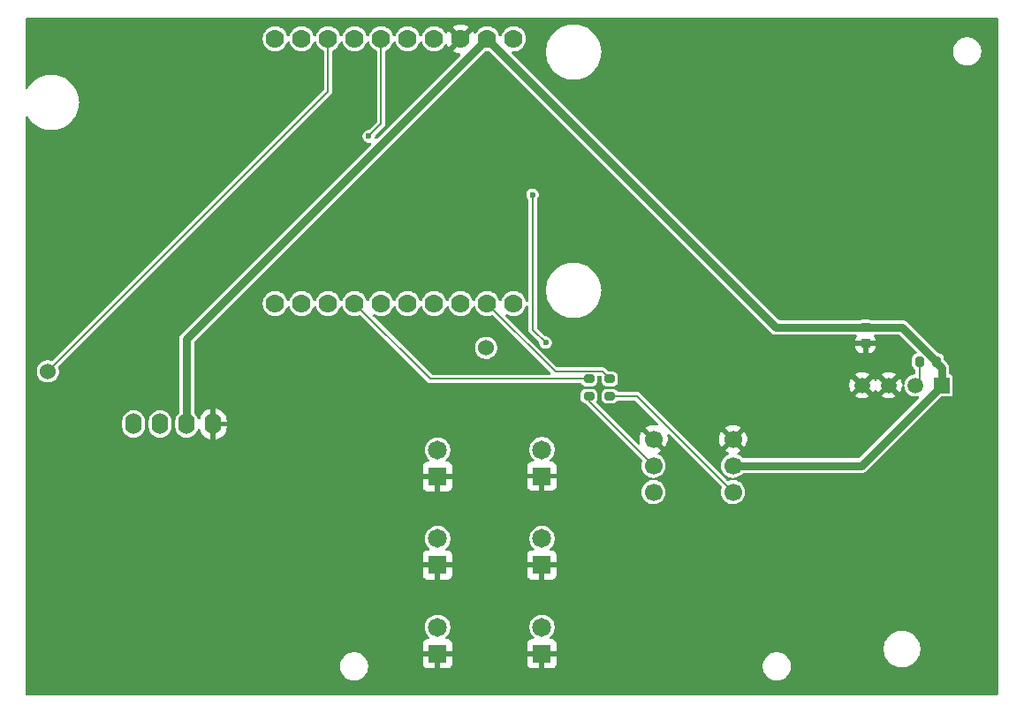
<source format=gbr>
%TF.GenerationSoftware,KiCad,Pcbnew,9.0.3*%
%TF.CreationDate,2025-08-01T16:51:20-05:00*%
%TF.ProjectId,Lab_Sensor_V2,4c61625f-5365-46e7-936f-725f56322e6b,rev?*%
%TF.SameCoordinates,Original*%
%TF.FileFunction,Copper,L2,Bot*%
%TF.FilePolarity,Positive*%
%FSLAX46Y46*%
G04 Gerber Fmt 4.6, Leading zero omitted, Abs format (unit mm)*
G04 Created by KiCad (PCBNEW 9.0.3) date 2025-08-01 16:51:20*
%MOMM*%
%LPD*%
G01*
G04 APERTURE LIST*
G04 Aperture macros list*
%AMRoundRect*
0 Rectangle with rounded corners*
0 $1 Rounding radius*
0 $2 $3 $4 $5 $6 $7 $8 $9 X,Y pos of 4 corners*
0 Add a 4 corners polygon primitive as box body*
4,1,4,$2,$3,$4,$5,$6,$7,$8,$9,$2,$3,0*
0 Add four circle primitives for the rounded corners*
1,1,$1+$1,$2,$3*
1,1,$1+$1,$4,$5*
1,1,$1+$1,$6,$7*
1,1,$1+$1,$8,$9*
0 Add four rect primitives between the rounded corners*
20,1,$1+$1,$2,$3,$4,$5,0*
20,1,$1+$1,$4,$5,$6,$7,0*
20,1,$1+$1,$6,$7,$8,$9,0*
20,1,$1+$1,$8,$9,$2,$3,0*%
G04 Aperture macros list end*
%TA.AperFunction,ComponentPad*%
%ADD10C,1.530000*%
%TD*%
%TA.AperFunction,ComponentPad*%
%ADD11C,1.815000*%
%TD*%
%TA.AperFunction,ComponentPad*%
%ADD12R,1.815000X1.815000*%
%TD*%
%TA.AperFunction,ComponentPad*%
%ADD13C,1.700000*%
%TD*%
%TA.AperFunction,ComponentPad*%
%ADD14C,1.778000*%
%TD*%
%TA.AperFunction,ComponentPad*%
%ADD15R,1.500000X1.500000*%
%TD*%
%TA.AperFunction,ComponentPad*%
%ADD16C,1.500000*%
%TD*%
%TA.AperFunction,ComponentPad*%
%ADD17O,1.600000X2.000000*%
%TD*%
%TA.AperFunction,SMDPad,CuDef*%
%ADD18RoundRect,0.225000X0.250000X-0.225000X0.250000X0.225000X-0.250000X0.225000X-0.250000X-0.225000X0*%
%TD*%
%TA.AperFunction,SMDPad,CuDef*%
%ADD19RoundRect,0.200000X-0.275000X0.200000X-0.275000X-0.200000X0.275000X-0.200000X0.275000X0.200000X0*%
%TD*%
%TA.AperFunction,SMDPad,CuDef*%
%ADD20RoundRect,0.200000X-0.200000X-0.275000X0.200000X-0.275000X0.200000X0.275000X-0.200000X0.275000X0*%
%TD*%
%TA.AperFunction,SMDPad,CuDef*%
%ADD21RoundRect,0.200000X0.275000X-0.200000X0.275000X0.200000X-0.275000X0.200000X-0.275000X-0.200000X0*%
%TD*%
%TA.AperFunction,ViaPad*%
%ADD22C,0.600000*%
%TD*%
%TA.AperFunction,Conductor*%
%ADD23C,0.800000*%
%TD*%
%TA.AperFunction,Conductor*%
%ADD24C,0.200000*%
%TD*%
G04 APERTURE END LIST*
D10*
%TO.P,TP2,TP*%
%TO.N,Net-(U1-GPIO3)*%
X77650000Y-80950000D03*
%TD*%
D11*
%TO.P,D3,A,A*%
%TO.N,Net-(D3-PadA)*%
X125000000Y-105500000D03*
D12*
%TO.P,D3,C,C*%
%TO.N,GND*%
X125000000Y-108040000D03*
%TD*%
D13*
%TO.P,U4,1,L/R*%
%TO.N,GND*%
X135690000Y-87460000D03*
%TO.P,U4,2,GND*%
X143310000Y-87460000D03*
%TO.P,U4,3,WS*%
%TO.N,Net-(U4-WS)*%
X135690000Y-90000000D03*
%TO.P,U4,4,VDD*%
%TO.N,+3.3V*%
X143310000Y-90000000D03*
%TO.P,U4,5,SCK*%
%TO.N,Net-(U4-SCK)*%
X135690000Y-92540000D03*
%TO.P,U4,6,SD*%
%TO.N,Net-(U4-SD)*%
X143310000Y-92540000D03*
%TD*%
D10*
%TO.P,TP1,TP*%
%TO.N,Net-(U1-GPI35)*%
X119650000Y-78700000D03*
%TD*%
D14*
%TO.P,U1,EXT1_1,+5V*%
%TO.N,unconnected-(U1-+5V-PadEXT1_1)*%
X122293000Y-49050000D03*
%TO.P,U1,EXT1_2,+3.3V*%
%TO.N,+3.3V*%
X119753000Y-49050000D03*
%TO.P,U1,EXT1_3,GND*%
%TO.N,GND*%
X117213000Y-49050000D03*
%TO.P,U1,EXT1_4,ESP_EN*%
%TO.N,unconnected-(U1-ESP_EN-PadEXT1_4)*%
X114673000Y-49050000D03*
%TO.P,U1,EXT1_5,GPIO0*%
%TO.N,Net-(U1-GPIO0)*%
X112133000Y-49050000D03*
%TO.P,U1,EXT1_6,GPIO1*%
%TO.N,Net-(U1-GPIO1)*%
X109593000Y-49050000D03*
%TO.P,U1,EXT1_7,GPIO2*%
%TO.N,Net-(U1-GPIO2)*%
X107053000Y-49050000D03*
%TO.P,U1,EXT1_8,GPIO3*%
%TO.N,Net-(U1-GPIO3)*%
X104513000Y-49050000D03*
%TO.P,U1,EXT1_9,GPIO4*%
%TO.N,Net-(U1-GPIO4)*%
X101973000Y-49050000D03*
%TO.P,U1,EXT1_10,GPIO5*%
%TO.N,Net-(U1-GPIO5)*%
X99433000Y-49050000D03*
%TO.P,U1,EXT2_1,GPI39*%
%TO.N,unconnected-(U1-GPI39-PadEXT2_1)*%
X122293000Y-74450000D03*
%TO.P,U1,EXT2_2,GPI36*%
%TO.N,Net-(U1-GPI36)*%
X119753000Y-74450000D03*
%TO.P,U1,EXT2_3,GPI35*%
%TO.N,Net-(U1-GPI35)*%
X117213000Y-74450000D03*
%TO.P,U1,EXT2_4,GPI34*%
%TO.N,unconnected-(U1-GPI34-PadEXT2_4)*%
X114673000Y-74450000D03*
%TO.P,U1,EXT2_5,GPIO33*%
%TO.N,Net-(U1-GPIO33)*%
X112133000Y-74450000D03*
%TO.P,U1,EXT2_6,GPIO32*%
%TO.N,Net-(U1-GPIO32)*%
X109593000Y-74450000D03*
%TO.P,U1,EXT2_7,GPIO16*%
%TO.N,Net-(U1-GPIO16)*%
X107053000Y-74450000D03*
%TO.P,U1,EXT2_8,GPIO15*%
%TO.N,Net-(U1-GPIO15)*%
X104513000Y-74450000D03*
%TO.P,U1,EXT2_9,GPIO14*%
%TO.N,Net-(U1-GPIO14)*%
X101973000Y-74450000D03*
%TO.P,U1,EXT2_10,GPIO13*%
%TO.N,Net-(U1-GPIO13)*%
X99433000Y-74450000D03*
%TD*%
D11*
%TO.P,D1,A,A*%
%TO.N,Net-(D1-PadA)*%
X115000000Y-88500000D03*
D12*
%TO.P,D1,C,C*%
%TO.N,GND*%
X115000000Y-91040000D03*
%TD*%
D11*
%TO.P,D5,A,A*%
%TO.N,Net-(D5-PadA)*%
X125000000Y-97000000D03*
D12*
%TO.P,D5,C,C*%
%TO.N,GND*%
X125000000Y-99540000D03*
%TD*%
D15*
%TO.P,U2,1,VDD*%
%TO.N,+3.3V*%
X163310000Y-82292500D03*
D16*
%TO.P,U2,2,SDA*%
%TO.N,Net-(U2-SDA)*%
X160770000Y-82292500D03*
%TO.P,U2,3,GND*%
%TO.N,GND*%
X158230000Y-82292500D03*
%TO.P,U2,4,GND*%
X155690000Y-82292500D03*
%TD*%
D17*
%TO.P,U3,1,SCL*%
%TO.N,Net-(U3-SCL)*%
X85880000Y-86000000D03*
%TO.P,U3,2,SDA*%
%TO.N,Net-(U3-SDA)*%
X88420000Y-86000000D03*
%TO.P,U3,3,VCC*%
%TO.N,+3.3V*%
X90960000Y-86000000D03*
%TO.P,U3,4,GND*%
%TO.N,GND*%
X93500000Y-86000000D03*
%TD*%
D11*
%TO.P,D2,A,A*%
%TO.N,Net-(D2-PadA)*%
X115000000Y-105500000D03*
D12*
%TO.P,D2,C,C*%
%TO.N,GND*%
X115000000Y-108040000D03*
%TD*%
D11*
%TO.P,D4,A,A*%
%TO.N,Net-(D4-PadA)*%
X115000000Y-97000000D03*
D12*
%TO.P,D4,C,C*%
%TO.N,GND*%
X115000000Y-99540000D03*
%TD*%
D11*
%TO.P,D6,A,A*%
%TO.N,Net-(D6-PadA)*%
X125000000Y-88460000D03*
D12*
%TO.P,D6,C,C*%
%TO.N,GND*%
X125000000Y-91000000D03*
%TD*%
D18*
%TO.P,C1,1*%
%TO.N,GND*%
X156000000Y-78275000D03*
%TO.P,C1,2*%
%TO.N,+3.3V*%
X156000000Y-76725000D03*
%TD*%
D19*
%TO.P,R6,1*%
%TO.N,Net-(U1-GPI36)*%
X131500000Y-81675000D03*
%TO.P,R6,2*%
%TO.N,Net-(U4-SD)*%
X131500000Y-83325000D03*
%TD*%
D20*
%TO.P,R15,1*%
%TO.N,Net-(U2-SDA)*%
X161175000Y-80000000D03*
%TO.P,R15,2*%
%TO.N,+3.3V*%
X162825000Y-80000000D03*
%TD*%
D21*
%TO.P,R7,1*%
%TO.N,Net-(U4-WS)*%
X129500000Y-83325000D03*
%TO.P,R7,2*%
%TO.N,Net-(U1-GPIO16)*%
X129500000Y-81675000D03*
%TD*%
D22*
%TO.N,GND*%
X118850000Y-62850000D03*
X114850000Y-79900000D03*
X122750000Y-79750000D03*
X110950000Y-50650000D03*
%TO.N,Net-(U1-GPIO1)*%
X108400000Y-58400000D03*
%TO.N,Net-(U1-GPIO0)*%
X125350000Y-78200000D03*
X124100000Y-64000000D03*
%TD*%
D23*
%TO.N,+3.3V*%
X162825000Y-80125000D02*
X163310000Y-80610000D01*
X159550000Y-76725000D02*
X162825000Y-80000000D01*
X119753000Y-49050000D02*
X147428000Y-76725000D01*
X162825000Y-80000000D02*
X162825000Y-80125000D01*
X163310000Y-80610000D02*
X163310000Y-82292500D01*
X156000000Y-76725000D02*
X159550000Y-76725000D01*
X90960000Y-77843000D02*
X90960000Y-86000000D01*
X119753000Y-49050000D02*
X90960000Y-77843000D01*
X163310000Y-82292500D02*
X155602500Y-90000000D01*
X155602500Y-90000000D02*
X143310000Y-90000000D01*
X147428000Y-76725000D02*
X156000000Y-76725000D01*
D24*
%TO.N,Net-(U2-SDA)*%
X161175000Y-80000000D02*
X161175000Y-81887500D01*
X161175000Y-81887500D02*
X160770000Y-82292500D01*
%TO.N,Net-(U1-GPIO16)*%
X114278000Y-81675000D02*
X129500000Y-81675000D01*
X107053000Y-74450000D02*
X114278000Y-81675000D01*
%TO.N,Net-(U1-GPI36)*%
X126277000Y-80974000D02*
X130799000Y-80974000D01*
X130799000Y-80974000D02*
X131500000Y-81675000D01*
X119753000Y-74450000D02*
X126277000Y-80974000D01*
%TO.N,Net-(U4-SD)*%
X131500000Y-83325000D02*
X134095000Y-83325000D01*
X134095000Y-83325000D02*
X143310000Y-92540000D01*
%TO.N,Net-(U4-WS)*%
X129500000Y-83810000D02*
X135690000Y-90000000D01*
X129500000Y-83325000D02*
X129500000Y-83810000D01*
%TO.N,Net-(U1-GPIO1)*%
X109593000Y-49050000D02*
X109593000Y-57207000D01*
X109593000Y-57207000D02*
X108400000Y-58400000D01*
%TO.N,Net-(U1-GPIO0)*%
X124100000Y-76950000D02*
X125350000Y-78200000D01*
X124100000Y-64000000D02*
X124100000Y-76950000D01*
%TO.N,Net-(U1-GPIO3)*%
X104513000Y-49050000D02*
X104513000Y-54087000D01*
X104513000Y-54087000D02*
X77650000Y-80950000D01*
%TD*%
%TA.AperFunction,Conductor*%
%TO.N,GND*%
G36*
X116747075Y-49242993D02*
G01*
X116812901Y-49357007D01*
X116905993Y-49450099D01*
X117020007Y-49515925D01*
X117083590Y-49532962D01*
X116423360Y-50193190D01*
X116423360Y-50193191D01*
X116485008Y-50237980D01*
X116679808Y-50337237D01*
X116679811Y-50337238D01*
X116887740Y-50404797D01*
X117096104Y-50437799D01*
X117159238Y-50467728D01*
X117196170Y-50527039D01*
X117195172Y-50596902D01*
X117164387Y-50647953D01*
X109205922Y-58606418D01*
X109144599Y-58639903D01*
X109074907Y-58634919D01*
X109018974Y-58593047D01*
X108994557Y-58527583D01*
X108994476Y-58511104D01*
X108995242Y-58498679D01*
X109000500Y-58479057D01*
X109000500Y-58413430D01*
X109000735Y-58409620D01*
X109011377Y-58380208D01*
X109020185Y-58350214D01*
X109023898Y-58345605D01*
X109024509Y-58343919D01*
X109026456Y-58342430D01*
X109036815Y-58329576D01*
X109828703Y-57537687D01*
X109828708Y-57537684D01*
X109838911Y-57527480D01*
X109838913Y-57527480D01*
X109913480Y-57452913D01*
X109939843Y-57407250D01*
X109966207Y-57361588D01*
X109993500Y-57259727D01*
X109993500Y-57154273D01*
X109993500Y-50256929D01*
X110013185Y-50189890D01*
X110061203Y-50146445D01*
X110216434Y-50067351D01*
X110367907Y-49957300D01*
X110500300Y-49824907D01*
X110610351Y-49673434D01*
X110695353Y-49506609D01*
X110745069Y-49353598D01*
X110784506Y-49295923D01*
X110848865Y-49268724D01*
X110917711Y-49280638D01*
X110969187Y-49327882D01*
X110980931Y-49353598D01*
X111030645Y-49506606D01*
X111030646Y-49506609D01*
X111115651Y-49673437D01*
X111225694Y-49824900D01*
X111225698Y-49824905D01*
X111358094Y-49957301D01*
X111358099Y-49957305D01*
X111486021Y-50050245D01*
X111509566Y-50067351D01*
X111618620Y-50122917D01*
X111676390Y-50152353D01*
X111676393Y-50152354D01*
X111765424Y-50181281D01*
X111854458Y-50210210D01*
X112039384Y-50239500D01*
X112039385Y-50239500D01*
X112226615Y-50239500D01*
X112226616Y-50239500D01*
X112411542Y-50210210D01*
X112589609Y-50152353D01*
X112756434Y-50067351D01*
X112907907Y-49957300D01*
X113040300Y-49824907D01*
X113150351Y-49673434D01*
X113235353Y-49506609D01*
X113285069Y-49353598D01*
X113324506Y-49295923D01*
X113388865Y-49268724D01*
X113457711Y-49280638D01*
X113509187Y-49327882D01*
X113520931Y-49353598D01*
X113570645Y-49506606D01*
X113570646Y-49506609D01*
X113655651Y-49673437D01*
X113765694Y-49824900D01*
X113765698Y-49824905D01*
X113898094Y-49957301D01*
X113898099Y-49957305D01*
X114026021Y-50050245D01*
X114049566Y-50067351D01*
X114158620Y-50122917D01*
X114216390Y-50152353D01*
X114216393Y-50152354D01*
X114305424Y-50181281D01*
X114394458Y-50210210D01*
X114579384Y-50239500D01*
X114579385Y-50239500D01*
X114766615Y-50239500D01*
X114766616Y-50239500D01*
X114951542Y-50210210D01*
X115129609Y-50152353D01*
X115296434Y-50067351D01*
X115447907Y-49957300D01*
X115580300Y-49824907D01*
X115690351Y-49673434D01*
X115720562Y-49614139D01*
X115768536Y-49563345D01*
X115836357Y-49546549D01*
X115902492Y-49569086D01*
X115941532Y-49614140D01*
X116025020Y-49777993D01*
X116025021Y-49777995D01*
X116069806Y-49839638D01*
X116069807Y-49839638D01*
X116730037Y-49179408D01*
X116747075Y-49242993D01*
G37*
%TD.AperFunction*%
%TA.AperFunction,Conductor*%
G36*
X118537711Y-74680638D02*
G01*
X118589187Y-74727882D01*
X118600931Y-74753598D01*
X118650645Y-74906606D01*
X118650646Y-74906609D01*
X118708416Y-75019988D01*
X118720566Y-75043833D01*
X118735651Y-75073437D01*
X118845694Y-75224900D01*
X118845698Y-75224905D01*
X118978094Y-75357301D01*
X118978099Y-75357305D01*
X119110212Y-75453290D01*
X119129566Y-75467351D01*
X119207556Y-75507089D01*
X119296390Y-75552353D01*
X119296393Y-75552354D01*
X119308766Y-75556374D01*
X119474458Y-75610210D01*
X119659384Y-75639500D01*
X119659385Y-75639500D01*
X119846615Y-75639500D01*
X119846616Y-75639500D01*
X120031542Y-75610210D01*
X120197233Y-75556373D01*
X120267073Y-75554379D01*
X120323231Y-75586624D01*
X125799426Y-81062819D01*
X125832911Y-81124142D01*
X125827927Y-81193834D01*
X125786055Y-81249767D01*
X125720591Y-81274184D01*
X125711745Y-81274500D01*
X114495255Y-81274500D01*
X114428216Y-81254815D01*
X114407574Y-81238181D01*
X111974338Y-78804945D01*
X118584499Y-78804945D01*
X118625445Y-79010789D01*
X118625447Y-79010795D01*
X118705765Y-79204701D01*
X118822373Y-79379218D01*
X118970781Y-79527626D01*
X119145298Y-79644234D01*
X119224700Y-79677123D01*
X119339205Y-79724553D01*
X119339209Y-79724553D01*
X119339210Y-79724554D01*
X119545054Y-79765500D01*
X119545057Y-79765500D01*
X119754945Y-79765500D01*
X119893433Y-79737952D01*
X119960795Y-79724553D01*
X120154703Y-79644233D01*
X120329216Y-79527628D01*
X120477628Y-79379216D01*
X120594233Y-79204703D01*
X120596805Y-79198495D01*
X120636741Y-79102080D01*
X120674553Y-79010795D01*
X120714794Y-78808492D01*
X120715500Y-78804945D01*
X120715500Y-78595054D01*
X120674554Y-78389210D01*
X120674553Y-78389209D01*
X120674553Y-78389205D01*
X120628927Y-78279055D01*
X120594234Y-78195298D01*
X120477626Y-78020781D01*
X120329218Y-77872373D01*
X120154701Y-77755765D01*
X119960795Y-77675447D01*
X119960789Y-77675445D01*
X119754945Y-77634500D01*
X119754943Y-77634500D01*
X119545057Y-77634500D01*
X119545055Y-77634500D01*
X119339210Y-77675445D01*
X119339204Y-77675447D01*
X119145298Y-77755765D01*
X118970781Y-77872373D01*
X118822373Y-78020781D01*
X118705765Y-78195298D01*
X118625447Y-78389204D01*
X118625445Y-78389210D01*
X118584500Y-78595054D01*
X118584500Y-78595057D01*
X118584500Y-78804943D01*
X118584500Y-78804945D01*
X118584499Y-78804945D01*
X111974338Y-78804945D01*
X108844591Y-75675198D01*
X108811106Y-75613875D01*
X108816090Y-75544183D01*
X108857962Y-75488250D01*
X108923426Y-75463833D01*
X108988567Y-75477033D01*
X109136380Y-75552348D01*
X109136393Y-75552354D01*
X109148766Y-75556374D01*
X109314458Y-75610210D01*
X109499384Y-75639500D01*
X109499385Y-75639500D01*
X109686615Y-75639500D01*
X109686616Y-75639500D01*
X109871542Y-75610210D01*
X110049609Y-75552353D01*
X110216434Y-75467351D01*
X110367907Y-75357300D01*
X110500300Y-75224907D01*
X110610351Y-75073434D01*
X110695353Y-74906609D01*
X110695354Y-74906606D01*
X110745069Y-74753598D01*
X110784506Y-74695923D01*
X110848865Y-74668724D01*
X110917711Y-74680638D01*
X110969187Y-74727882D01*
X110980931Y-74753598D01*
X111030645Y-74906606D01*
X111030646Y-74906609D01*
X111088416Y-75019988D01*
X111100566Y-75043833D01*
X111115651Y-75073437D01*
X111225694Y-75224900D01*
X111225698Y-75224905D01*
X111358094Y-75357301D01*
X111358099Y-75357305D01*
X111490212Y-75453290D01*
X111509566Y-75467351D01*
X111587556Y-75507089D01*
X111676390Y-75552353D01*
X111676393Y-75552354D01*
X111688766Y-75556374D01*
X111854458Y-75610210D01*
X112039384Y-75639500D01*
X112039385Y-75639500D01*
X112226615Y-75639500D01*
X112226616Y-75639500D01*
X112411542Y-75610210D01*
X112589609Y-75552353D01*
X112756434Y-75467351D01*
X112907907Y-75357300D01*
X113040300Y-75224907D01*
X113150351Y-75073434D01*
X113235353Y-74906609D01*
X113235354Y-74906606D01*
X113285069Y-74753598D01*
X113324506Y-74695923D01*
X113388865Y-74668724D01*
X113457711Y-74680638D01*
X113509187Y-74727882D01*
X113520931Y-74753598D01*
X113570645Y-74906606D01*
X113570646Y-74906609D01*
X113628416Y-75019988D01*
X113640566Y-75043833D01*
X113655651Y-75073437D01*
X113765694Y-75224900D01*
X113765698Y-75224905D01*
X113898094Y-75357301D01*
X113898099Y-75357305D01*
X114030212Y-75453290D01*
X114049566Y-75467351D01*
X114127556Y-75507089D01*
X114216390Y-75552353D01*
X114216393Y-75552354D01*
X114228766Y-75556374D01*
X114394458Y-75610210D01*
X114579384Y-75639500D01*
X114579385Y-75639500D01*
X114766615Y-75639500D01*
X114766616Y-75639500D01*
X114951542Y-75610210D01*
X115129609Y-75552353D01*
X115296434Y-75467351D01*
X115447907Y-75357300D01*
X115580300Y-75224907D01*
X115690351Y-75073434D01*
X115775353Y-74906609D01*
X115775354Y-74906606D01*
X115825069Y-74753598D01*
X115864506Y-74695923D01*
X115928865Y-74668724D01*
X115997711Y-74680638D01*
X116049187Y-74727882D01*
X116060931Y-74753598D01*
X116110645Y-74906606D01*
X116110646Y-74906609D01*
X116168416Y-75019988D01*
X116180566Y-75043833D01*
X116195651Y-75073437D01*
X116305694Y-75224900D01*
X116305698Y-75224905D01*
X116438094Y-75357301D01*
X116438099Y-75357305D01*
X116570212Y-75453290D01*
X116589566Y-75467351D01*
X116667556Y-75507089D01*
X116756390Y-75552353D01*
X116756393Y-75552354D01*
X116768766Y-75556374D01*
X116934458Y-75610210D01*
X117119384Y-75639500D01*
X117119385Y-75639500D01*
X117306615Y-75639500D01*
X117306616Y-75639500D01*
X117491542Y-75610210D01*
X117669609Y-75552353D01*
X117836434Y-75467351D01*
X117987907Y-75357300D01*
X118120300Y-75224907D01*
X118230351Y-75073434D01*
X118315353Y-74906609D01*
X118315354Y-74906606D01*
X118365069Y-74753598D01*
X118404506Y-74695923D01*
X118468865Y-74668724D01*
X118537711Y-74680638D01*
G37*
%TD.AperFunction*%
%TA.AperFunction,Conductor*%
G36*
X168692539Y-47020185D02*
G01*
X168738294Y-47072989D01*
X168749500Y-47124500D01*
X168749500Y-111875500D01*
X168729815Y-111942539D01*
X168677011Y-111988294D01*
X168625500Y-111999500D01*
X75624500Y-111999500D01*
X75557461Y-111979815D01*
X75511706Y-111927011D01*
X75500500Y-111875500D01*
X75500500Y-109143713D01*
X105649500Y-109143713D01*
X105649500Y-109356286D01*
X105682753Y-109566239D01*
X105748444Y-109768414D01*
X105844951Y-109957820D01*
X105969890Y-110129786D01*
X106120213Y-110280109D01*
X106292179Y-110405048D01*
X106292181Y-110405049D01*
X106292184Y-110405051D01*
X106481588Y-110501557D01*
X106683757Y-110567246D01*
X106893713Y-110600500D01*
X106893714Y-110600500D01*
X107106286Y-110600500D01*
X107106287Y-110600500D01*
X107316243Y-110567246D01*
X107518412Y-110501557D01*
X107707816Y-110405051D01*
X107729789Y-110389086D01*
X107879786Y-110280109D01*
X107879788Y-110280106D01*
X107879792Y-110280104D01*
X108030104Y-110129792D01*
X108030106Y-110129788D01*
X108030109Y-110129786D01*
X108155048Y-109957820D01*
X108155047Y-109957820D01*
X108155051Y-109957816D01*
X108251557Y-109768412D01*
X108317246Y-109566243D01*
X108350500Y-109356287D01*
X108350500Y-109143713D01*
X108317246Y-108933757D01*
X108251557Y-108731588D01*
X108155051Y-108542184D01*
X108155049Y-108542181D01*
X108155048Y-108542179D01*
X108030109Y-108370213D01*
X107879786Y-108219890D01*
X107707820Y-108094951D01*
X107518414Y-107998444D01*
X107518413Y-107998443D01*
X107518412Y-107998443D01*
X107316243Y-107932754D01*
X107316241Y-107932753D01*
X107316240Y-107932753D01*
X107154957Y-107907208D01*
X107106287Y-107899500D01*
X106893713Y-107899500D01*
X106845042Y-107907208D01*
X106683760Y-107932753D01*
X106481585Y-107998444D01*
X106292179Y-108094951D01*
X106120213Y-108219890D01*
X105969890Y-108370213D01*
X105844951Y-108542179D01*
X105748444Y-108731585D01*
X105682753Y-108933760D01*
X105649500Y-109143713D01*
X75500500Y-109143713D01*
X75500500Y-107084655D01*
X113592500Y-107084655D01*
X113592500Y-107790000D01*
X114445743Y-107790000D01*
X114436229Y-107806479D01*
X114395000Y-107960350D01*
X114395000Y-108119650D01*
X114436229Y-108273521D01*
X114445743Y-108290000D01*
X113592500Y-108290000D01*
X113592500Y-108995344D01*
X113598901Y-109054872D01*
X113598903Y-109054879D01*
X113649145Y-109189586D01*
X113649149Y-109189593D01*
X113735309Y-109304687D01*
X113735312Y-109304690D01*
X113850406Y-109390850D01*
X113850413Y-109390854D01*
X113985120Y-109441096D01*
X113985127Y-109441098D01*
X114044655Y-109447499D01*
X114044672Y-109447500D01*
X114750000Y-109447500D01*
X114750000Y-108594256D01*
X114766479Y-108603771D01*
X114920350Y-108645000D01*
X115079650Y-108645000D01*
X115233521Y-108603771D01*
X115250000Y-108594256D01*
X115250000Y-109447500D01*
X115955328Y-109447500D01*
X115955344Y-109447499D01*
X116014872Y-109441098D01*
X116014879Y-109441096D01*
X116149586Y-109390854D01*
X116149593Y-109390850D01*
X116264687Y-109304690D01*
X116264690Y-109304687D01*
X116350850Y-109189593D01*
X116350854Y-109189586D01*
X116401096Y-109054879D01*
X116401098Y-109054872D01*
X116407499Y-108995344D01*
X116407500Y-108995327D01*
X116407500Y-108290000D01*
X115554257Y-108290000D01*
X115563771Y-108273521D01*
X115605000Y-108119650D01*
X115605000Y-107960350D01*
X115563771Y-107806479D01*
X115554257Y-107790000D01*
X116407500Y-107790000D01*
X116407500Y-107084672D01*
X116407499Y-107084655D01*
X123592500Y-107084655D01*
X123592500Y-107790000D01*
X124445743Y-107790000D01*
X124436229Y-107806479D01*
X124395000Y-107960350D01*
X124395000Y-108119650D01*
X124436229Y-108273521D01*
X124445743Y-108290000D01*
X123592500Y-108290000D01*
X123592500Y-108995344D01*
X123598901Y-109054872D01*
X123598903Y-109054879D01*
X123649145Y-109189586D01*
X123649149Y-109189593D01*
X123735309Y-109304687D01*
X123735312Y-109304690D01*
X123850406Y-109390850D01*
X123850413Y-109390854D01*
X123985120Y-109441096D01*
X123985127Y-109441098D01*
X124044655Y-109447499D01*
X124044672Y-109447500D01*
X124750000Y-109447500D01*
X124750000Y-108594256D01*
X124766479Y-108603771D01*
X124920350Y-108645000D01*
X125079650Y-108645000D01*
X125233521Y-108603771D01*
X125250000Y-108594256D01*
X125250000Y-109447500D01*
X125955328Y-109447500D01*
X125955344Y-109447499D01*
X126014872Y-109441098D01*
X126014879Y-109441096D01*
X126149586Y-109390854D01*
X126149593Y-109390850D01*
X126264687Y-109304690D01*
X126264690Y-109304687D01*
X126350850Y-109189593D01*
X126350854Y-109189586D01*
X126367964Y-109143713D01*
X146149500Y-109143713D01*
X146149500Y-109356286D01*
X146182753Y-109566239D01*
X146248444Y-109768414D01*
X146344951Y-109957820D01*
X146469890Y-110129786D01*
X146620213Y-110280109D01*
X146792179Y-110405048D01*
X146792181Y-110405049D01*
X146792184Y-110405051D01*
X146981588Y-110501557D01*
X147183757Y-110567246D01*
X147393713Y-110600500D01*
X147393714Y-110600500D01*
X147606286Y-110600500D01*
X147606287Y-110600500D01*
X147816243Y-110567246D01*
X148018412Y-110501557D01*
X148207816Y-110405051D01*
X148229789Y-110389086D01*
X148379786Y-110280109D01*
X148379788Y-110280106D01*
X148379792Y-110280104D01*
X148530104Y-110129792D01*
X148530106Y-110129788D01*
X148530109Y-110129786D01*
X148655048Y-109957820D01*
X148655047Y-109957820D01*
X148655051Y-109957816D01*
X148751557Y-109768412D01*
X148817246Y-109566243D01*
X148850500Y-109356287D01*
X148850500Y-109143713D01*
X148817246Y-108933757D01*
X148751557Y-108731588D01*
X148655051Y-108542184D01*
X148655049Y-108542181D01*
X148655048Y-108542179D01*
X148530109Y-108370213D01*
X148379786Y-108219890D01*
X148207820Y-108094951D01*
X148018414Y-107998444D01*
X148018413Y-107998443D01*
X148018412Y-107998443D01*
X147816243Y-107932754D01*
X147816241Y-107932753D01*
X147816240Y-107932753D01*
X147654957Y-107907208D01*
X147606287Y-107899500D01*
X147393713Y-107899500D01*
X147345042Y-107907208D01*
X147183760Y-107932753D01*
X146981585Y-107998444D01*
X146792179Y-108094951D01*
X146620213Y-108219890D01*
X146469890Y-108370213D01*
X146344951Y-108542179D01*
X146248444Y-108731585D01*
X146182753Y-108933760D01*
X146149500Y-109143713D01*
X126367964Y-109143713D01*
X126385943Y-109095508D01*
X126385943Y-109095507D01*
X126401097Y-109054876D01*
X126401098Y-109054872D01*
X126407499Y-108995344D01*
X126407500Y-108995327D01*
X126407500Y-108290000D01*
X125554257Y-108290000D01*
X125563771Y-108273521D01*
X125605000Y-108119650D01*
X125605000Y-107960350D01*
X125563771Y-107806479D01*
X125554257Y-107790000D01*
X126407500Y-107790000D01*
X126407500Y-107477758D01*
X157749500Y-107477758D01*
X157749500Y-107707241D01*
X157762566Y-107806479D01*
X157779452Y-107934738D01*
X157838842Y-108156387D01*
X157926650Y-108368376D01*
X157926657Y-108368390D01*
X158041392Y-108567117D01*
X158181081Y-108749161D01*
X158181089Y-108749170D01*
X158343330Y-108911411D01*
X158343338Y-108911418D01*
X158525382Y-109051107D01*
X158525385Y-109051108D01*
X158525388Y-109051111D01*
X158724112Y-109165844D01*
X158724117Y-109165846D01*
X158724123Y-109165849D01*
X158781430Y-109189586D01*
X158936113Y-109253658D01*
X159157762Y-109313048D01*
X159385266Y-109343000D01*
X159385273Y-109343000D01*
X159614727Y-109343000D01*
X159614734Y-109343000D01*
X159842238Y-109313048D01*
X160063887Y-109253658D01*
X160275888Y-109165844D01*
X160474612Y-109051111D01*
X160656661Y-108911419D01*
X160656665Y-108911414D01*
X160656670Y-108911411D01*
X160818911Y-108749170D01*
X160818914Y-108749165D01*
X160818919Y-108749161D01*
X160958611Y-108567112D01*
X161073344Y-108368388D01*
X161161158Y-108156387D01*
X161220548Y-107934738D01*
X161250500Y-107707234D01*
X161250500Y-107477766D01*
X161220548Y-107250262D01*
X161161158Y-107028613D01*
X161111190Y-106907980D01*
X161073349Y-106816623D01*
X161073346Y-106816617D01*
X161073344Y-106816612D01*
X160958611Y-106617888D01*
X160958608Y-106617885D01*
X160958607Y-106617882D01*
X160818918Y-106435838D01*
X160818911Y-106435830D01*
X160656670Y-106273589D01*
X160656661Y-106273581D01*
X160474617Y-106133892D01*
X160473302Y-106133133D01*
X160275888Y-106019156D01*
X160275876Y-106019150D01*
X160063887Y-105931342D01*
X159842238Y-105871952D01*
X159804215Y-105866946D01*
X159614741Y-105842000D01*
X159614734Y-105842000D01*
X159385266Y-105842000D01*
X159385258Y-105842000D01*
X159168715Y-105870509D01*
X159157762Y-105871952D01*
X159064076Y-105897054D01*
X158936112Y-105931342D01*
X158724123Y-106019150D01*
X158724109Y-106019157D01*
X158525382Y-106133892D01*
X158343338Y-106273581D01*
X158181081Y-106435838D01*
X158041392Y-106617882D01*
X157926657Y-106816609D01*
X157926650Y-106816623D01*
X157838842Y-107028612D01*
X157779453Y-107250259D01*
X157779451Y-107250270D01*
X157749500Y-107477758D01*
X126407500Y-107477758D01*
X126407500Y-107084672D01*
X126407499Y-107084655D01*
X126401098Y-107025127D01*
X126401096Y-107025120D01*
X126350854Y-106890413D01*
X126350850Y-106890406D01*
X126264690Y-106775312D01*
X126264687Y-106775309D01*
X126149593Y-106689149D01*
X126149586Y-106689145D01*
X126014879Y-106638903D01*
X126014872Y-106638901D01*
X125955344Y-106632500D01*
X125875232Y-106632500D01*
X125808193Y-106612815D01*
X125762438Y-106560011D01*
X125752494Y-106490853D01*
X125781519Y-106427297D01*
X125787551Y-106420819D01*
X125921411Y-106286959D01*
X126033174Y-106133130D01*
X126119497Y-105963711D01*
X126178255Y-105782874D01*
X126208000Y-105595072D01*
X126208000Y-105404928D01*
X126178255Y-105217126D01*
X126119497Y-105036289D01*
X126033174Y-104866870D01*
X126018895Y-104847216D01*
X125921416Y-104713047D01*
X125921412Y-104713042D01*
X125786957Y-104578587D01*
X125786952Y-104578583D01*
X125633133Y-104466828D01*
X125633132Y-104466827D01*
X125633130Y-104466826D01*
X125463711Y-104380503D01*
X125282874Y-104321745D01*
X125282872Y-104321744D01*
X125282871Y-104321744D01*
X125138606Y-104298895D01*
X125095072Y-104292000D01*
X124904928Y-104292000D01*
X124861393Y-104298895D01*
X124717129Y-104321744D01*
X124536286Y-104380504D01*
X124366866Y-104466828D01*
X124213047Y-104578583D01*
X124213042Y-104578587D01*
X124078587Y-104713042D01*
X124078583Y-104713047D01*
X123966828Y-104866866D01*
X123880504Y-105036286D01*
X123821744Y-105217129D01*
X123792000Y-105404928D01*
X123792000Y-105595072D01*
X123821745Y-105782874D01*
X123880503Y-105963711D01*
X123908750Y-106019150D01*
X123966828Y-106133133D01*
X124078583Y-106286952D01*
X124078587Y-106286957D01*
X124212449Y-106420819D01*
X124245934Y-106482142D01*
X124240950Y-106551834D01*
X124199078Y-106607767D01*
X124133614Y-106632184D01*
X124124768Y-106632500D01*
X124044655Y-106632500D01*
X123985127Y-106638901D01*
X123985120Y-106638903D01*
X123850413Y-106689145D01*
X123850406Y-106689149D01*
X123735312Y-106775309D01*
X123735309Y-106775312D01*
X123649149Y-106890406D01*
X123649145Y-106890413D01*
X123598903Y-107025120D01*
X123598901Y-107025127D01*
X123592500Y-107084655D01*
X116407499Y-107084655D01*
X116401098Y-107025127D01*
X116401096Y-107025120D01*
X116350854Y-106890413D01*
X116350850Y-106890406D01*
X116264690Y-106775312D01*
X116264687Y-106775309D01*
X116149593Y-106689149D01*
X116149586Y-106689145D01*
X116014879Y-106638903D01*
X116014872Y-106638901D01*
X115955344Y-106632500D01*
X115875232Y-106632500D01*
X115808193Y-106612815D01*
X115762438Y-106560011D01*
X115752494Y-106490853D01*
X115781519Y-106427297D01*
X115787551Y-106420819D01*
X115921411Y-106286959D01*
X116033174Y-106133130D01*
X116119497Y-105963711D01*
X116178255Y-105782874D01*
X116208000Y-105595072D01*
X116208000Y-105404928D01*
X116178255Y-105217126D01*
X116119497Y-105036289D01*
X116033174Y-104866870D01*
X116018895Y-104847216D01*
X115921416Y-104713047D01*
X115921412Y-104713042D01*
X115786957Y-104578587D01*
X115786952Y-104578583D01*
X115633133Y-104466828D01*
X115633132Y-104466827D01*
X115633130Y-104466826D01*
X115463711Y-104380503D01*
X115282874Y-104321745D01*
X115282872Y-104321744D01*
X115282871Y-104321744D01*
X115138606Y-104298895D01*
X115095072Y-104292000D01*
X114904928Y-104292000D01*
X114861393Y-104298895D01*
X114717129Y-104321744D01*
X114536286Y-104380504D01*
X114366866Y-104466828D01*
X114213047Y-104578583D01*
X114213042Y-104578587D01*
X114078587Y-104713042D01*
X114078583Y-104713047D01*
X113966828Y-104866866D01*
X113880504Y-105036286D01*
X113821744Y-105217129D01*
X113792000Y-105404928D01*
X113792000Y-105595072D01*
X113821745Y-105782874D01*
X113880503Y-105963711D01*
X113908750Y-106019150D01*
X113966828Y-106133133D01*
X114078583Y-106286952D01*
X114078587Y-106286957D01*
X114212449Y-106420819D01*
X114245934Y-106482142D01*
X114240950Y-106551834D01*
X114199078Y-106607767D01*
X114133614Y-106632184D01*
X114124768Y-106632500D01*
X114044655Y-106632500D01*
X113985127Y-106638901D01*
X113985120Y-106638903D01*
X113850413Y-106689145D01*
X113850406Y-106689149D01*
X113735312Y-106775309D01*
X113735309Y-106775312D01*
X113649149Y-106890406D01*
X113649145Y-106890413D01*
X113598903Y-107025120D01*
X113598901Y-107025127D01*
X113592500Y-107084655D01*
X75500500Y-107084655D01*
X75500500Y-98584655D01*
X113592500Y-98584655D01*
X113592500Y-99290000D01*
X114445743Y-99290000D01*
X114436229Y-99306479D01*
X114395000Y-99460350D01*
X114395000Y-99619650D01*
X114436229Y-99773521D01*
X114445743Y-99790000D01*
X113592500Y-99790000D01*
X113592500Y-100495344D01*
X113598901Y-100554872D01*
X113598903Y-100554879D01*
X113649145Y-100689586D01*
X113649149Y-100689593D01*
X113735309Y-100804687D01*
X113735312Y-100804690D01*
X113850406Y-100890850D01*
X113850413Y-100890854D01*
X113985120Y-100941096D01*
X113985127Y-100941098D01*
X114044655Y-100947499D01*
X114044672Y-100947500D01*
X114750000Y-100947500D01*
X114750000Y-100094256D01*
X114766479Y-100103771D01*
X114920350Y-100145000D01*
X115079650Y-100145000D01*
X115233521Y-100103771D01*
X115250000Y-100094256D01*
X115250000Y-100947500D01*
X115955328Y-100947500D01*
X115955344Y-100947499D01*
X116014872Y-100941098D01*
X116014879Y-100941096D01*
X116149586Y-100890854D01*
X116149593Y-100890850D01*
X116264687Y-100804690D01*
X116264690Y-100804687D01*
X116350850Y-100689593D01*
X116350854Y-100689586D01*
X116401096Y-100554879D01*
X116401098Y-100554872D01*
X116407499Y-100495344D01*
X116407500Y-100495327D01*
X116407500Y-99790000D01*
X115554257Y-99790000D01*
X115563771Y-99773521D01*
X115605000Y-99619650D01*
X115605000Y-99460350D01*
X115563771Y-99306479D01*
X115554257Y-99290000D01*
X116407500Y-99290000D01*
X116407500Y-98584672D01*
X116407499Y-98584655D01*
X123592500Y-98584655D01*
X123592500Y-99290000D01*
X124445743Y-99290000D01*
X124436229Y-99306479D01*
X124395000Y-99460350D01*
X124395000Y-99619650D01*
X124436229Y-99773521D01*
X124445743Y-99790000D01*
X123592500Y-99790000D01*
X123592500Y-100495344D01*
X123598901Y-100554872D01*
X123598903Y-100554879D01*
X123649145Y-100689586D01*
X123649149Y-100689593D01*
X123735309Y-100804687D01*
X123735312Y-100804690D01*
X123850406Y-100890850D01*
X123850413Y-100890854D01*
X123985120Y-100941096D01*
X123985127Y-100941098D01*
X124044655Y-100947499D01*
X124044672Y-100947500D01*
X124750000Y-100947500D01*
X124750000Y-100094256D01*
X124766479Y-100103771D01*
X124920350Y-100145000D01*
X125079650Y-100145000D01*
X125233521Y-100103771D01*
X125250000Y-100094256D01*
X125250000Y-100947500D01*
X125955328Y-100947500D01*
X125955344Y-100947499D01*
X126014872Y-100941098D01*
X126014879Y-100941096D01*
X126149586Y-100890854D01*
X126149593Y-100890850D01*
X126264687Y-100804690D01*
X126264690Y-100804687D01*
X126350850Y-100689593D01*
X126350854Y-100689586D01*
X126401096Y-100554879D01*
X126401098Y-100554872D01*
X126407499Y-100495344D01*
X126407500Y-100495327D01*
X126407500Y-99790000D01*
X125554257Y-99790000D01*
X125563771Y-99773521D01*
X125605000Y-99619650D01*
X125605000Y-99460350D01*
X125563771Y-99306479D01*
X125554257Y-99290000D01*
X126407500Y-99290000D01*
X126407500Y-98584672D01*
X126407499Y-98584655D01*
X126401098Y-98525127D01*
X126401096Y-98525120D01*
X126350854Y-98390413D01*
X126350850Y-98390406D01*
X126264690Y-98275312D01*
X126264687Y-98275309D01*
X126149593Y-98189149D01*
X126149586Y-98189145D01*
X126014879Y-98138903D01*
X126014872Y-98138901D01*
X125955344Y-98132500D01*
X125875232Y-98132500D01*
X125808193Y-98112815D01*
X125762438Y-98060011D01*
X125752494Y-97990853D01*
X125781519Y-97927297D01*
X125787551Y-97920819D01*
X125921411Y-97786959D01*
X126033174Y-97633130D01*
X126119497Y-97463711D01*
X126178255Y-97282874D01*
X126208000Y-97095072D01*
X126208000Y-96904928D01*
X126178255Y-96717126D01*
X126119497Y-96536289D01*
X126033174Y-96366870D01*
X126018895Y-96347216D01*
X125921416Y-96213047D01*
X125921412Y-96213042D01*
X125786957Y-96078587D01*
X125786952Y-96078583D01*
X125633133Y-95966828D01*
X125633132Y-95966827D01*
X125633130Y-95966826D01*
X125463711Y-95880503D01*
X125282874Y-95821745D01*
X125282872Y-95821744D01*
X125282871Y-95821744D01*
X125138606Y-95798895D01*
X125095072Y-95792000D01*
X124904928Y-95792000D01*
X124861393Y-95798895D01*
X124717129Y-95821744D01*
X124536286Y-95880504D01*
X124366866Y-95966828D01*
X124213047Y-96078583D01*
X124213042Y-96078587D01*
X124078587Y-96213042D01*
X124078583Y-96213047D01*
X123966828Y-96366866D01*
X123880504Y-96536286D01*
X123821744Y-96717129D01*
X123792000Y-96904928D01*
X123792000Y-97095071D01*
X123821744Y-97282870D01*
X123880504Y-97463713D01*
X123966828Y-97633133D01*
X124078583Y-97786952D01*
X124078587Y-97786957D01*
X124212449Y-97920819D01*
X124245934Y-97982142D01*
X124240950Y-98051834D01*
X124199078Y-98107767D01*
X124133614Y-98132184D01*
X124124768Y-98132500D01*
X124044655Y-98132500D01*
X123985127Y-98138901D01*
X123985120Y-98138903D01*
X123850413Y-98189145D01*
X123850406Y-98189149D01*
X123735312Y-98275309D01*
X123735309Y-98275312D01*
X123649149Y-98390406D01*
X123649145Y-98390413D01*
X123598903Y-98525120D01*
X123598901Y-98525127D01*
X123592500Y-98584655D01*
X116407499Y-98584655D01*
X116401098Y-98525127D01*
X116401096Y-98525120D01*
X116350854Y-98390413D01*
X116350850Y-98390406D01*
X116264690Y-98275312D01*
X116264687Y-98275309D01*
X116149593Y-98189149D01*
X116149586Y-98189145D01*
X116014879Y-98138903D01*
X116014872Y-98138901D01*
X115955344Y-98132500D01*
X115875232Y-98132500D01*
X115808193Y-98112815D01*
X115762438Y-98060011D01*
X115752494Y-97990853D01*
X115781519Y-97927297D01*
X115787551Y-97920819D01*
X115921411Y-97786959D01*
X116033174Y-97633130D01*
X116119497Y-97463711D01*
X116178255Y-97282874D01*
X116208000Y-97095072D01*
X116208000Y-96904928D01*
X116178255Y-96717126D01*
X116119497Y-96536289D01*
X116033174Y-96366870D01*
X116018895Y-96347216D01*
X115921416Y-96213047D01*
X115921412Y-96213042D01*
X115786957Y-96078587D01*
X115786952Y-96078583D01*
X115633133Y-95966828D01*
X115633132Y-95966827D01*
X115633130Y-95966826D01*
X115463711Y-95880503D01*
X115282874Y-95821745D01*
X115282872Y-95821744D01*
X115282871Y-95821744D01*
X115138606Y-95798895D01*
X115095072Y-95792000D01*
X114904928Y-95792000D01*
X114861393Y-95798895D01*
X114717129Y-95821744D01*
X114536286Y-95880504D01*
X114366866Y-95966828D01*
X114213047Y-96078583D01*
X114213042Y-96078587D01*
X114078587Y-96213042D01*
X114078583Y-96213047D01*
X113966828Y-96366866D01*
X113880504Y-96536286D01*
X113821744Y-96717129D01*
X113792000Y-96904928D01*
X113792000Y-97095071D01*
X113821744Y-97282870D01*
X113880504Y-97463713D01*
X113966828Y-97633133D01*
X114078583Y-97786952D01*
X114078587Y-97786957D01*
X114212449Y-97920819D01*
X114245934Y-97982142D01*
X114240950Y-98051834D01*
X114199078Y-98107767D01*
X114133614Y-98132184D01*
X114124768Y-98132500D01*
X114044655Y-98132500D01*
X113985127Y-98138901D01*
X113985120Y-98138903D01*
X113850413Y-98189145D01*
X113850406Y-98189149D01*
X113735312Y-98275309D01*
X113735309Y-98275312D01*
X113649149Y-98390406D01*
X113649145Y-98390413D01*
X113598903Y-98525120D01*
X113598901Y-98525127D01*
X113592500Y-98584655D01*
X75500500Y-98584655D01*
X75500500Y-90084655D01*
X113592500Y-90084655D01*
X113592500Y-90790000D01*
X114445743Y-90790000D01*
X114436229Y-90806479D01*
X114395000Y-90960350D01*
X114395000Y-91119650D01*
X114436229Y-91273521D01*
X114445743Y-91290000D01*
X113592500Y-91290000D01*
X113592500Y-91995344D01*
X113598901Y-92054872D01*
X113598903Y-92054879D01*
X113649145Y-92189586D01*
X113649149Y-92189593D01*
X113735309Y-92304687D01*
X113735312Y-92304690D01*
X113850406Y-92390850D01*
X113850413Y-92390854D01*
X113985120Y-92441096D01*
X113985127Y-92441098D01*
X114044655Y-92447499D01*
X114044672Y-92447500D01*
X114750000Y-92447500D01*
X114750000Y-91594256D01*
X114766479Y-91603771D01*
X114920350Y-91645000D01*
X115079650Y-91645000D01*
X115233521Y-91603771D01*
X115250000Y-91594256D01*
X115250000Y-92447500D01*
X115955328Y-92447500D01*
X115955344Y-92447499D01*
X116014872Y-92441098D01*
X116014879Y-92441096D01*
X116149586Y-92390854D01*
X116149593Y-92390850D01*
X116264687Y-92304690D01*
X116264690Y-92304687D01*
X116350850Y-92189593D01*
X116350854Y-92189586D01*
X116401096Y-92054879D01*
X116401098Y-92054872D01*
X116407499Y-91995344D01*
X116407500Y-91995327D01*
X116407500Y-91290000D01*
X115554257Y-91290000D01*
X115563771Y-91273521D01*
X115605000Y-91119650D01*
X115605000Y-90960350D01*
X115563771Y-90806479D01*
X115554257Y-90790000D01*
X116407500Y-90790000D01*
X116407500Y-90084672D01*
X116407499Y-90084658D01*
X116404268Y-90054608D01*
X116404268Y-90054607D01*
X116403198Y-90044655D01*
X123592500Y-90044655D01*
X123592500Y-90750000D01*
X124445743Y-90750000D01*
X124436229Y-90766479D01*
X124395000Y-90920350D01*
X124395000Y-91079650D01*
X124436229Y-91233521D01*
X124445743Y-91250000D01*
X123592500Y-91250000D01*
X123592500Y-91955344D01*
X123598901Y-92014872D01*
X123598903Y-92014879D01*
X123649145Y-92149586D01*
X123649149Y-92149593D01*
X123735309Y-92264687D01*
X123735312Y-92264690D01*
X123850406Y-92350850D01*
X123850413Y-92350854D01*
X123985120Y-92401096D01*
X123985127Y-92401098D01*
X124044655Y-92407499D01*
X124044672Y-92407500D01*
X124750000Y-92407500D01*
X124750000Y-91554256D01*
X124766479Y-91563771D01*
X124920350Y-91605000D01*
X125079650Y-91605000D01*
X125233521Y-91563771D01*
X125250000Y-91554256D01*
X125250000Y-92407500D01*
X125955328Y-92407500D01*
X125955344Y-92407499D01*
X126014872Y-92401098D01*
X126014879Y-92401096D01*
X126149586Y-92350854D01*
X126149593Y-92350850D01*
X126264687Y-92264690D01*
X126264690Y-92264687D01*
X126350850Y-92149593D01*
X126350854Y-92149586D01*
X126401096Y-92014879D01*
X126401098Y-92014872D01*
X126407499Y-91955344D01*
X126407500Y-91955327D01*
X126407500Y-91250000D01*
X125554257Y-91250000D01*
X125563771Y-91233521D01*
X125605000Y-91079650D01*
X125605000Y-90920350D01*
X125563771Y-90766479D01*
X125554257Y-90750000D01*
X126407500Y-90750000D01*
X126407500Y-90044672D01*
X126407499Y-90044655D01*
X126401098Y-89985127D01*
X126401096Y-89985120D01*
X126350854Y-89850413D01*
X126350850Y-89850406D01*
X126264690Y-89735312D01*
X126264687Y-89735309D01*
X126149593Y-89649149D01*
X126149586Y-89649145D01*
X126014879Y-89598903D01*
X126014872Y-89598901D01*
X125955344Y-89592500D01*
X125875232Y-89592500D01*
X125808193Y-89572815D01*
X125762438Y-89520011D01*
X125752494Y-89450853D01*
X125781519Y-89387297D01*
X125787551Y-89380819D01*
X125921411Y-89246959D01*
X126033174Y-89093130D01*
X126119497Y-88923711D01*
X126178255Y-88742874D01*
X126208000Y-88555072D01*
X126208000Y-88364928D01*
X126178255Y-88177126D01*
X126119497Y-87996289D01*
X126033174Y-87826870D01*
X125950477Y-87713047D01*
X125921416Y-87673047D01*
X125921412Y-87673042D01*
X125786957Y-87538587D01*
X125786952Y-87538583D01*
X125633133Y-87426828D01*
X125633132Y-87426827D01*
X125633130Y-87426826D01*
X125463711Y-87340503D01*
X125282874Y-87281745D01*
X125282872Y-87281744D01*
X125282871Y-87281744D01*
X125138606Y-87258895D01*
X125095072Y-87252000D01*
X124904928Y-87252000D01*
X124861393Y-87258895D01*
X124717129Y-87281744D01*
X124536286Y-87340504D01*
X124366866Y-87426828D01*
X124213047Y-87538583D01*
X124213042Y-87538587D01*
X124078587Y-87673042D01*
X124078583Y-87673047D01*
X123966828Y-87826866D01*
X123880504Y-87996286D01*
X123821744Y-88177129D01*
X123792000Y-88364928D01*
X123792000Y-88555071D01*
X123818680Y-88723527D01*
X123821745Y-88742874D01*
X123880503Y-88923711D01*
X123927528Y-89016004D01*
X123966828Y-89093133D01*
X124078583Y-89246952D01*
X124078587Y-89246957D01*
X124212449Y-89380819D01*
X124245934Y-89442142D01*
X124240950Y-89511834D01*
X124199078Y-89567767D01*
X124133614Y-89592184D01*
X124124768Y-89592500D01*
X124044655Y-89592500D01*
X123985127Y-89598901D01*
X123985120Y-89598903D01*
X123850413Y-89649145D01*
X123850406Y-89649149D01*
X123735312Y-89735309D01*
X123735309Y-89735312D01*
X123649149Y-89850406D01*
X123649145Y-89850413D01*
X123598903Y-89985120D01*
X123598901Y-89985127D01*
X123592500Y-90044655D01*
X116403198Y-90044655D01*
X116401098Y-90025126D01*
X116401096Y-90025120D01*
X116350854Y-89890413D01*
X116350850Y-89890406D01*
X116264690Y-89775312D01*
X116264687Y-89775309D01*
X116149593Y-89689149D01*
X116149586Y-89689145D01*
X116014879Y-89638903D01*
X116014872Y-89638901D01*
X115955344Y-89632500D01*
X115875232Y-89632500D01*
X115808193Y-89612815D01*
X115762438Y-89560011D01*
X115752494Y-89490853D01*
X115781519Y-89427297D01*
X115787551Y-89420819D01*
X115827551Y-89380819D01*
X115921411Y-89286959D01*
X116033174Y-89133130D01*
X116119497Y-88963711D01*
X116178255Y-88782874D01*
X116208000Y-88595072D01*
X116208000Y-88404928D01*
X116178255Y-88217126D01*
X116119497Y-88036289D01*
X116033174Y-87866870D01*
X116004112Y-87826870D01*
X115921416Y-87713047D01*
X115921412Y-87713042D01*
X115786957Y-87578587D01*
X115786952Y-87578583D01*
X115633133Y-87466828D01*
X115633132Y-87466827D01*
X115633130Y-87466826D01*
X115463711Y-87380503D01*
X115282874Y-87321745D01*
X115282872Y-87321744D01*
X115282871Y-87321744D01*
X115138606Y-87298895D01*
X115095072Y-87292000D01*
X114904928Y-87292000D01*
X114861393Y-87298895D01*
X114717129Y-87321744D01*
X114536286Y-87380504D01*
X114366866Y-87466828D01*
X114213047Y-87578583D01*
X114213042Y-87578587D01*
X114078587Y-87713042D01*
X114078583Y-87713047D01*
X113966828Y-87866866D01*
X113880504Y-88036286D01*
X113821744Y-88217129D01*
X113798335Y-88364928D01*
X113792000Y-88404928D01*
X113792000Y-88595072D01*
X113795097Y-88614624D01*
X113815409Y-88742874D01*
X113821745Y-88782874D01*
X113877161Y-88953426D01*
X113880504Y-88963713D01*
X113966828Y-89133133D01*
X114078583Y-89286952D01*
X114078587Y-89286957D01*
X114212449Y-89420819D01*
X114245934Y-89482142D01*
X114240950Y-89551834D01*
X114199078Y-89607767D01*
X114133614Y-89632184D01*
X114124768Y-89632500D01*
X114044655Y-89632500D01*
X113985127Y-89638901D01*
X113985120Y-89638903D01*
X113850413Y-89689145D01*
X113850406Y-89689149D01*
X113735312Y-89775309D01*
X113735309Y-89775312D01*
X113649149Y-89890406D01*
X113649145Y-89890413D01*
X113598903Y-90025120D01*
X113598901Y-90025127D01*
X113592500Y-90084655D01*
X75500500Y-90084655D01*
X75500500Y-85713389D01*
X84779500Y-85713389D01*
X84779500Y-86286611D01*
X84787677Y-86338239D01*
X84805934Y-86453512D01*
X84806598Y-86457701D01*
X84860127Y-86622445D01*
X84938768Y-86776788D01*
X85040586Y-86916928D01*
X85163072Y-87039414D01*
X85303212Y-87141232D01*
X85457555Y-87219873D01*
X85622299Y-87273402D01*
X85793389Y-87300500D01*
X85793390Y-87300500D01*
X85966610Y-87300500D01*
X85966611Y-87300500D01*
X86137701Y-87273402D01*
X86302445Y-87219873D01*
X86456788Y-87141232D01*
X86596928Y-87039414D01*
X86719414Y-86916928D01*
X86821232Y-86776788D01*
X86899873Y-86622445D01*
X86953402Y-86457701D01*
X86980500Y-86286611D01*
X86980500Y-85713389D01*
X87319500Y-85713389D01*
X87319500Y-86286611D01*
X87327677Y-86338239D01*
X87345934Y-86453512D01*
X87346598Y-86457701D01*
X87400127Y-86622445D01*
X87478768Y-86776788D01*
X87580586Y-86916928D01*
X87703072Y-87039414D01*
X87843212Y-87141232D01*
X87997555Y-87219873D01*
X88162299Y-87273402D01*
X88333389Y-87300500D01*
X88333390Y-87300500D01*
X88506610Y-87300500D01*
X88506611Y-87300500D01*
X88677701Y-87273402D01*
X88842445Y-87219873D01*
X88996788Y-87141232D01*
X89136928Y-87039414D01*
X89259414Y-86916928D01*
X89361232Y-86776788D01*
X89439873Y-86622445D01*
X89493402Y-86457701D01*
X89520500Y-86286611D01*
X89520500Y-85713389D01*
X89493402Y-85542299D01*
X89439873Y-85377555D01*
X89361232Y-85223212D01*
X89259414Y-85083072D01*
X89136928Y-84960586D01*
X88996788Y-84858768D01*
X88842445Y-84780127D01*
X88677701Y-84726598D01*
X88677699Y-84726597D01*
X88677698Y-84726597D01*
X88546271Y-84705781D01*
X88506611Y-84699500D01*
X88333389Y-84699500D01*
X88293728Y-84705781D01*
X88162302Y-84726597D01*
X87997552Y-84780128D01*
X87843211Y-84858768D01*
X87796378Y-84892795D01*
X87703072Y-84960586D01*
X87703070Y-84960588D01*
X87703069Y-84960588D01*
X87580588Y-85083069D01*
X87580588Y-85083070D01*
X87580586Y-85083072D01*
X87554737Y-85118650D01*
X87478768Y-85223211D01*
X87400128Y-85377552D01*
X87346597Y-85542302D01*
X87322730Y-85692993D01*
X87319500Y-85713389D01*
X86980500Y-85713389D01*
X86953402Y-85542299D01*
X86899873Y-85377555D01*
X86821232Y-85223212D01*
X86719414Y-85083072D01*
X86596928Y-84960586D01*
X86456788Y-84858768D01*
X86302445Y-84780127D01*
X86137701Y-84726598D01*
X86137699Y-84726597D01*
X86137698Y-84726597D01*
X86006271Y-84705781D01*
X85966611Y-84699500D01*
X85793389Y-84699500D01*
X85753728Y-84705781D01*
X85622302Y-84726597D01*
X85457552Y-84780128D01*
X85303211Y-84858768D01*
X85256378Y-84892795D01*
X85163072Y-84960586D01*
X85163070Y-84960588D01*
X85163069Y-84960588D01*
X85040588Y-85083069D01*
X85040588Y-85083070D01*
X85040586Y-85083072D01*
X85014737Y-85118650D01*
X84938768Y-85223211D01*
X84860128Y-85377552D01*
X84806597Y-85542302D01*
X84782730Y-85692993D01*
X84779500Y-85713389D01*
X75500500Y-85713389D01*
X75500500Y-81054945D01*
X76584499Y-81054945D01*
X76625445Y-81260789D01*
X76625447Y-81260795D01*
X76705765Y-81454701D01*
X76822373Y-81629218D01*
X76970781Y-81777626D01*
X77145298Y-81894234D01*
X77242251Y-81934393D01*
X77339205Y-81974553D01*
X77339209Y-81974553D01*
X77339210Y-81974554D01*
X77545054Y-82015500D01*
X77545057Y-82015500D01*
X77754945Y-82015500D01*
X77902810Y-81986087D01*
X77960795Y-81974553D01*
X78154703Y-81894233D01*
X78329216Y-81777628D01*
X78477628Y-81629216D01*
X78594233Y-81454703D01*
X78674553Y-81260795D01*
X78702439Y-81120606D01*
X78715500Y-81054945D01*
X78715500Y-80845054D01*
X78674554Y-80639210D01*
X78674553Y-80639209D01*
X78674553Y-80639205D01*
X78671794Y-80632544D01*
X78663097Y-80611547D01*
X78655628Y-80542078D01*
X78686903Y-80479599D01*
X78689949Y-80476442D01*
X104833480Y-54332913D01*
X104886207Y-54241588D01*
X104913500Y-54139727D01*
X104913500Y-54034273D01*
X104913500Y-50256929D01*
X104933185Y-50189890D01*
X104981203Y-50146445D01*
X105136434Y-50067351D01*
X105287907Y-49957300D01*
X105420300Y-49824907D01*
X105530351Y-49673434D01*
X105615353Y-49506609D01*
X105665069Y-49353598D01*
X105704506Y-49295923D01*
X105768865Y-49268724D01*
X105837711Y-49280638D01*
X105889187Y-49327882D01*
X105900931Y-49353598D01*
X105950645Y-49506606D01*
X105950646Y-49506609D01*
X106035651Y-49673437D01*
X106145694Y-49824900D01*
X106145698Y-49824905D01*
X106278094Y-49957301D01*
X106278099Y-49957305D01*
X106406021Y-50050245D01*
X106429566Y-50067351D01*
X106538620Y-50122917D01*
X106596390Y-50152353D01*
X106596393Y-50152354D01*
X106685424Y-50181281D01*
X106774458Y-50210210D01*
X106959384Y-50239500D01*
X106959385Y-50239500D01*
X107146615Y-50239500D01*
X107146616Y-50239500D01*
X107331542Y-50210210D01*
X107509609Y-50152353D01*
X107676434Y-50067351D01*
X107827907Y-49957300D01*
X107960300Y-49824907D01*
X108070351Y-49673434D01*
X108155353Y-49506609D01*
X108205069Y-49353598D01*
X108244506Y-49295923D01*
X108308865Y-49268724D01*
X108377711Y-49280638D01*
X108429187Y-49327882D01*
X108440931Y-49353598D01*
X108490645Y-49506606D01*
X108490646Y-49506609D01*
X108575651Y-49673437D01*
X108685694Y-49824900D01*
X108685698Y-49824905D01*
X108818094Y-49957301D01*
X108818099Y-49957305D01*
X108946021Y-50050245D01*
X108969566Y-50067351D01*
X109124796Y-50146445D01*
X109175591Y-50194419D01*
X109192500Y-50256929D01*
X109192500Y-56989745D01*
X109172815Y-57056784D01*
X109156181Y-57077426D01*
X108470426Y-57763181D01*
X108409103Y-57796666D01*
X108382745Y-57799500D01*
X108320943Y-57799500D01*
X108168216Y-57840423D01*
X108168209Y-57840426D01*
X108031290Y-57919475D01*
X108031282Y-57919481D01*
X107919481Y-58031282D01*
X107919475Y-58031290D01*
X107840426Y-58168209D01*
X107840423Y-58168216D01*
X107799500Y-58320943D01*
X107799500Y-58479057D01*
X107830044Y-58593047D01*
X107840423Y-58631783D01*
X107840426Y-58631790D01*
X107919475Y-58768709D01*
X107919479Y-58768714D01*
X107919480Y-58768716D01*
X108031284Y-58880520D01*
X108031286Y-58880521D01*
X108031290Y-58880524D01*
X108168209Y-58959573D01*
X108168216Y-58959577D01*
X108320943Y-59000500D01*
X108320945Y-59000500D01*
X108479053Y-59000500D01*
X108479057Y-59000500D01*
X108486643Y-58998467D01*
X108556489Y-59000127D01*
X108614353Y-59039288D01*
X108641859Y-59103515D01*
X108630276Y-59172418D01*
X108606418Y-59205922D01*
X90415888Y-77396453D01*
X90415887Y-77396454D01*
X90339222Y-77511192D01*
X90286421Y-77638667D01*
X90286418Y-77638677D01*
X90259500Y-77774004D01*
X90259500Y-84892795D01*
X90239815Y-84959834D01*
X90223182Y-84980476D01*
X90120585Y-85083073D01*
X90018768Y-85223211D01*
X89940128Y-85377552D01*
X89886597Y-85542302D01*
X89862730Y-85692993D01*
X89859500Y-85713389D01*
X89859500Y-86286611D01*
X89867677Y-86338239D01*
X89885934Y-86453512D01*
X89886598Y-86457701D01*
X89940127Y-86622445D01*
X90018768Y-86776788D01*
X90120586Y-86916928D01*
X90243072Y-87039414D01*
X90383212Y-87141232D01*
X90537555Y-87219873D01*
X90702299Y-87273402D01*
X90873389Y-87300500D01*
X90873390Y-87300500D01*
X91046610Y-87300500D01*
X91046611Y-87300500D01*
X91217701Y-87273402D01*
X91382445Y-87219873D01*
X91536788Y-87141232D01*
X91676928Y-87039414D01*
X91799414Y-86916928D01*
X91901232Y-86776788D01*
X91979873Y-86622445D01*
X92007186Y-86538384D01*
X92046622Y-86480711D01*
X92110981Y-86453512D01*
X92179827Y-86465427D01*
X92231303Y-86512671D01*
X92243047Y-86538385D01*
X92295244Y-86699031D01*
X92388140Y-86881349D01*
X92508417Y-87046894D01*
X92508417Y-87046895D01*
X92653104Y-87191582D01*
X92818650Y-87311859D01*
X93000968Y-87404754D01*
X93195578Y-87467988D01*
X93250000Y-87476607D01*
X93250000Y-86433012D01*
X93307007Y-86465925D01*
X93434174Y-86500000D01*
X93565826Y-86500000D01*
X93692993Y-86465925D01*
X93750000Y-86433012D01*
X93750000Y-87476606D01*
X93804421Y-87467988D01*
X93999031Y-87404754D01*
X94181349Y-87311859D01*
X94346894Y-87191582D01*
X94346895Y-87191582D01*
X94491582Y-87046895D01*
X94491582Y-87046894D01*
X94611859Y-86881349D01*
X94704755Y-86699031D01*
X94767990Y-86504417D01*
X94800000Y-86302317D01*
X94800000Y-86250000D01*
X93933012Y-86250000D01*
X93965925Y-86192993D01*
X94000000Y-86065826D01*
X94000000Y-85934174D01*
X93965925Y-85807007D01*
X93933012Y-85750000D01*
X94800000Y-85750000D01*
X94800000Y-85697682D01*
X94767990Y-85495582D01*
X94704755Y-85300968D01*
X94611859Y-85118650D01*
X94491582Y-84953105D01*
X94491582Y-84953104D01*
X94346895Y-84808417D01*
X94181349Y-84688140D01*
X93999029Y-84595244D01*
X93804413Y-84532009D01*
X93750000Y-84523390D01*
X93750000Y-85566988D01*
X93692993Y-85534075D01*
X93565826Y-85500000D01*
X93434174Y-85500000D01*
X93307007Y-85534075D01*
X93250000Y-85566988D01*
X93250000Y-84523390D01*
X93195586Y-84532009D01*
X93000970Y-84595244D01*
X92818650Y-84688140D01*
X92653105Y-84808417D01*
X92653104Y-84808417D01*
X92508417Y-84953104D01*
X92508417Y-84953105D01*
X92388140Y-85118650D01*
X92295244Y-85300968D01*
X92243047Y-85461614D01*
X92203609Y-85519289D01*
X92139250Y-85546487D01*
X92070404Y-85534572D01*
X92018928Y-85487328D01*
X92007186Y-85461615D01*
X91979873Y-85377555D01*
X91901232Y-85223212D01*
X91799414Y-85083072D01*
X91696818Y-84980476D01*
X91663334Y-84919153D01*
X91660500Y-84892795D01*
X91660500Y-78184518D01*
X91680185Y-78117479D01*
X91696814Y-78096842D01*
X95437272Y-74356384D01*
X98243500Y-74356384D01*
X98243500Y-74543615D01*
X98272790Y-74728543D01*
X98330645Y-74906606D01*
X98330646Y-74906609D01*
X98388416Y-75019988D01*
X98400566Y-75043833D01*
X98415651Y-75073437D01*
X98525694Y-75224900D01*
X98525698Y-75224905D01*
X98658094Y-75357301D01*
X98658099Y-75357305D01*
X98790212Y-75453290D01*
X98809566Y-75467351D01*
X98887556Y-75507089D01*
X98976390Y-75552353D01*
X98976393Y-75552354D01*
X98988766Y-75556374D01*
X99154458Y-75610210D01*
X99339384Y-75639500D01*
X99339385Y-75639500D01*
X99526615Y-75639500D01*
X99526616Y-75639500D01*
X99711542Y-75610210D01*
X99889609Y-75552353D01*
X100056434Y-75467351D01*
X100207907Y-75357300D01*
X100340300Y-75224907D01*
X100450351Y-75073434D01*
X100535353Y-74906609D01*
X100535354Y-74906606D01*
X100585069Y-74753598D01*
X100624506Y-74695923D01*
X100688865Y-74668724D01*
X100757711Y-74680638D01*
X100809187Y-74727882D01*
X100820931Y-74753598D01*
X100870645Y-74906606D01*
X100870646Y-74906609D01*
X100928416Y-75019988D01*
X100940566Y-75043833D01*
X100955651Y-75073437D01*
X101065694Y-75224900D01*
X101065698Y-75224905D01*
X101198094Y-75357301D01*
X101198099Y-75357305D01*
X101330212Y-75453290D01*
X101349566Y-75467351D01*
X101427556Y-75507089D01*
X101516390Y-75552353D01*
X101516393Y-75552354D01*
X101528766Y-75556374D01*
X101694458Y-75610210D01*
X101879384Y-75639500D01*
X101879385Y-75639500D01*
X102066615Y-75639500D01*
X102066616Y-75639500D01*
X102251542Y-75610210D01*
X102429609Y-75552353D01*
X102596434Y-75467351D01*
X102747907Y-75357300D01*
X102880300Y-75224907D01*
X102990351Y-75073434D01*
X103075353Y-74906609D01*
X103075354Y-74906606D01*
X103125069Y-74753598D01*
X103164506Y-74695923D01*
X103228865Y-74668724D01*
X103297711Y-74680638D01*
X103349187Y-74727882D01*
X103360931Y-74753598D01*
X103410645Y-74906606D01*
X103410646Y-74906609D01*
X103468416Y-75019988D01*
X103480566Y-75043833D01*
X103495651Y-75073437D01*
X103605694Y-75224900D01*
X103605698Y-75224905D01*
X103738094Y-75357301D01*
X103738099Y-75357305D01*
X103870212Y-75453290D01*
X103889566Y-75467351D01*
X103967556Y-75507089D01*
X104056390Y-75552353D01*
X104056393Y-75552354D01*
X104068766Y-75556374D01*
X104234458Y-75610210D01*
X104419384Y-75639500D01*
X104419385Y-75639500D01*
X104606615Y-75639500D01*
X104606616Y-75639500D01*
X104791542Y-75610210D01*
X104969609Y-75552353D01*
X105136434Y-75467351D01*
X105287907Y-75357300D01*
X105420300Y-75224907D01*
X105530351Y-75073434D01*
X105615353Y-74906609D01*
X105615354Y-74906606D01*
X105665069Y-74753598D01*
X105704506Y-74695923D01*
X105768865Y-74668724D01*
X105837711Y-74680638D01*
X105889187Y-74727882D01*
X105900931Y-74753598D01*
X105950645Y-74906606D01*
X105950646Y-74906609D01*
X106008416Y-75019988D01*
X106020566Y-75043833D01*
X106035651Y-75073437D01*
X106145694Y-75224900D01*
X106145698Y-75224905D01*
X106278094Y-75357301D01*
X106278099Y-75357305D01*
X106410212Y-75453290D01*
X106429566Y-75467351D01*
X106507556Y-75507089D01*
X106596390Y-75552353D01*
X106596393Y-75552354D01*
X106608766Y-75556374D01*
X106774458Y-75610210D01*
X106959384Y-75639500D01*
X106959385Y-75639500D01*
X107146615Y-75639500D01*
X107146616Y-75639500D01*
X107331542Y-75610210D01*
X107497233Y-75556373D01*
X107567073Y-75554379D01*
X107623231Y-75586624D01*
X114032087Y-81995480D01*
X114123412Y-82048207D01*
X114225273Y-82075500D01*
X114330727Y-82075500D01*
X128687820Y-82075500D01*
X128754859Y-82095185D01*
X128787085Y-82125187D01*
X128867454Y-82232546D01*
X128913643Y-82267123D01*
X128982664Y-82318793D01*
X128982671Y-82318797D01*
X129027618Y-82335561D01*
X129117517Y-82369091D01*
X129177127Y-82375500D01*
X129822872Y-82375499D01*
X129882483Y-82369091D01*
X130017331Y-82318796D01*
X130132546Y-82232546D01*
X130218796Y-82117331D01*
X130269091Y-81982483D01*
X130275500Y-81922873D01*
X130275499Y-81498499D01*
X130278049Y-81489813D01*
X130276761Y-81480853D01*
X130287738Y-81456816D01*
X130295183Y-81431461D01*
X130302025Y-81425532D01*
X130305786Y-81417297D01*
X130328017Y-81403010D01*
X130347987Y-81385706D01*
X130358502Y-81383418D01*
X130364564Y-81379523D01*
X130399499Y-81374500D01*
X130581744Y-81374500D01*
X130648783Y-81394185D01*
X130669423Y-81410816D01*
X130688179Y-81429571D01*
X130721666Y-81490894D01*
X130724500Y-81517255D01*
X130724500Y-81922870D01*
X130724501Y-81922876D01*
X130730908Y-81982483D01*
X130781202Y-82117328D01*
X130781206Y-82117335D01*
X130867452Y-82232544D01*
X130867455Y-82232547D01*
X130982664Y-82318793D01*
X130982671Y-82318797D01*
X131027618Y-82335561D01*
X131117517Y-82369091D01*
X131177127Y-82375500D01*
X131822872Y-82375499D01*
X131882483Y-82369091D01*
X132017331Y-82318796D01*
X132132546Y-82232546D01*
X132218796Y-82117331D01*
X132269091Y-81982483D01*
X132275500Y-81922873D01*
X132275499Y-81427128D01*
X132269091Y-81367517D01*
X132266676Y-81361044D01*
X132258609Y-81339411D01*
X132218797Y-81232671D01*
X132218793Y-81232664D01*
X132132547Y-81117455D01*
X132132544Y-81117452D01*
X132017335Y-81031206D01*
X132017328Y-81031202D01*
X131882482Y-80980908D01*
X131882483Y-80980908D01*
X131822883Y-80974501D01*
X131822881Y-80974500D01*
X131822873Y-80974500D01*
X131822865Y-80974500D01*
X131417255Y-80974500D01*
X131350216Y-80954815D01*
X131329574Y-80938181D01*
X131044915Y-80653522D01*
X131044913Y-80653520D01*
X130999250Y-80627156D01*
X130953589Y-80600793D01*
X130902657Y-80587146D01*
X130851727Y-80573500D01*
X130851726Y-80573500D01*
X126494255Y-80573500D01*
X126427216Y-80553815D01*
X126406574Y-80537181D01*
X121544591Y-75675198D01*
X121511106Y-75613875D01*
X121516090Y-75544183D01*
X121557962Y-75488250D01*
X121623426Y-75463833D01*
X121688567Y-75477033D01*
X121836380Y-75552348D01*
X121836393Y-75552354D01*
X121848766Y-75556374D01*
X122014458Y-75610210D01*
X122199384Y-75639500D01*
X122199385Y-75639500D01*
X122386615Y-75639500D01*
X122386616Y-75639500D01*
X122571542Y-75610210D01*
X122749609Y-75552353D01*
X122916434Y-75467351D01*
X123067907Y-75357300D01*
X123200300Y-75224907D01*
X123310351Y-75073434D01*
X123395353Y-74906609D01*
X123453210Y-74728542D01*
X123453210Y-74728536D01*
X123454346Y-74723811D01*
X123455667Y-74724128D01*
X123482955Y-74666565D01*
X123542266Y-74629633D01*
X123612129Y-74630629D01*
X123670362Y-74669238D01*
X123698477Y-74733202D01*
X123699500Y-74749096D01*
X123699500Y-77002726D01*
X123726793Y-77104589D01*
X123753156Y-77150250D01*
X123779520Y-77195913D01*
X123779522Y-77195915D01*
X124713181Y-78129574D01*
X124746666Y-78190897D01*
X124749500Y-78217255D01*
X124749500Y-78279057D01*
X124779016Y-78389210D01*
X124790423Y-78431783D01*
X124790426Y-78431790D01*
X124869475Y-78568709D01*
X124869479Y-78568714D01*
X124869480Y-78568716D01*
X124981284Y-78680520D01*
X124981286Y-78680521D01*
X124981290Y-78680524D01*
X125118209Y-78759573D01*
X125118216Y-78759577D01*
X125270943Y-78800500D01*
X125270945Y-78800500D01*
X125429055Y-78800500D01*
X125429057Y-78800500D01*
X125581784Y-78759577D01*
X125718716Y-78680520D01*
X125830520Y-78568716D01*
X125842294Y-78548322D01*
X155025001Y-78548322D01*
X155035144Y-78647607D01*
X155088452Y-78808481D01*
X155088457Y-78808492D01*
X155177424Y-78952728D01*
X155177427Y-78952732D01*
X155297267Y-79072572D01*
X155297271Y-79072575D01*
X155441507Y-79161542D01*
X155441518Y-79161547D01*
X155602393Y-79214855D01*
X155701683Y-79224999D01*
X156250000Y-79224999D01*
X156298308Y-79224999D01*
X156298322Y-79224998D01*
X156397607Y-79214855D01*
X156558481Y-79161547D01*
X156558492Y-79161542D01*
X156702728Y-79072575D01*
X156702732Y-79072572D01*
X156822572Y-78952732D01*
X156822575Y-78952728D01*
X156911542Y-78808492D01*
X156911547Y-78808481D01*
X156964855Y-78647606D01*
X156974999Y-78548322D01*
X156975000Y-78548309D01*
X156975000Y-78525000D01*
X156250000Y-78525000D01*
X156250000Y-79224999D01*
X155701683Y-79224999D01*
X155749999Y-79224998D01*
X155750000Y-79224998D01*
X155750000Y-78525000D01*
X155025001Y-78525000D01*
X155025001Y-78548322D01*
X125842294Y-78548322D01*
X125909577Y-78431784D01*
X125950500Y-78279057D01*
X125950500Y-78120943D01*
X125909577Y-77968216D01*
X125909573Y-77968209D01*
X125830524Y-77831290D01*
X125830518Y-77831282D01*
X125718717Y-77719481D01*
X125718709Y-77719475D01*
X125581790Y-77640426D01*
X125581786Y-77640424D01*
X125581784Y-77640423D01*
X125429057Y-77599500D01*
X125429056Y-77599500D01*
X125367255Y-77599500D01*
X125300216Y-77579815D01*
X125279574Y-77563181D01*
X124536819Y-76820426D01*
X124503334Y-76759103D01*
X124500500Y-76732745D01*
X124500500Y-73170000D01*
X125388000Y-73170000D01*
X125400760Y-73429745D01*
X125400760Y-73429750D01*
X125400761Y-73429754D01*
X125438920Y-73686995D01*
X125502111Y-73939264D01*
X125589711Y-74184091D01*
X125589719Y-74184111D01*
X125700910Y-74419204D01*
X125834607Y-74642264D01*
X125989515Y-74851134D01*
X125989518Y-74851138D01*
X126164166Y-75043833D01*
X126356861Y-75218481D01*
X126356865Y-75218484D01*
X126565735Y-75373392D01*
X126788795Y-75507089D01*
X126788798Y-75507090D01*
X126788799Y-75507091D01*
X127023889Y-75618281D01*
X127023903Y-75618286D01*
X127023908Y-75618288D01*
X127083192Y-75639500D01*
X127268746Y-75705892D01*
X127521011Y-75769081D01*
X127778255Y-75807240D01*
X128038000Y-75820000D01*
X128297745Y-75807240D01*
X128554989Y-75769081D01*
X128807254Y-75705892D01*
X129052111Y-75618281D01*
X129287201Y-75507091D01*
X129510261Y-75373394D01*
X129531962Y-75357300D01*
X129719134Y-75218484D01*
X129719138Y-75218481D01*
X129719138Y-75218480D01*
X129719142Y-75218478D01*
X129911833Y-75043833D01*
X130086478Y-74851142D01*
X130177404Y-74728542D01*
X130241392Y-74642264D01*
X130300520Y-74543616D01*
X130375091Y-74419201D01*
X130486281Y-74184111D01*
X130573892Y-73939254D01*
X130637081Y-73686989D01*
X130675240Y-73429745D01*
X130688000Y-73170000D01*
X130675240Y-72910255D01*
X130637081Y-72653011D01*
X130573892Y-72400746D01*
X130486281Y-72155889D01*
X130375091Y-71920799D01*
X130241394Y-71697739D01*
X130241392Y-71697735D01*
X130086484Y-71488865D01*
X130086481Y-71488861D01*
X129911833Y-71296166D01*
X129719138Y-71121518D01*
X129719134Y-71121515D01*
X129510264Y-70966607D01*
X129287204Y-70832910D01*
X129052111Y-70721719D01*
X129052091Y-70721711D01*
X128807264Y-70634111D01*
X128807258Y-70634109D01*
X128807254Y-70634108D01*
X128682113Y-70602761D01*
X128554995Y-70570920D01*
X128554990Y-70570919D01*
X128554989Y-70570919D01*
X128491424Y-70561490D01*
X128297754Y-70532761D01*
X128297750Y-70532760D01*
X128297745Y-70532760D01*
X128038000Y-70520000D01*
X127778255Y-70532760D01*
X127778249Y-70532760D01*
X127778245Y-70532761D01*
X127521004Y-70570920D01*
X127330572Y-70618621D01*
X127268746Y-70634108D01*
X127268743Y-70634108D01*
X127268735Y-70634111D01*
X127023908Y-70721711D01*
X127023888Y-70721719D01*
X126788795Y-70832910D01*
X126565735Y-70966607D01*
X126356865Y-71121515D01*
X126356861Y-71121518D01*
X126164166Y-71296166D01*
X125989518Y-71488861D01*
X125989515Y-71488865D01*
X125834607Y-71697735D01*
X125700910Y-71920795D01*
X125589719Y-72155888D01*
X125589711Y-72155908D01*
X125502111Y-72400735D01*
X125438920Y-72653004D01*
X125438919Y-72653011D01*
X125400760Y-72910255D01*
X125388000Y-73170000D01*
X124500500Y-73170000D01*
X124500500Y-64500098D01*
X124520185Y-64433059D01*
X124536819Y-64412417D01*
X124580520Y-64368716D01*
X124659577Y-64231784D01*
X124700500Y-64079057D01*
X124700500Y-63920943D01*
X124659577Y-63768216D01*
X124659573Y-63768209D01*
X124580524Y-63631290D01*
X124580518Y-63631282D01*
X124468717Y-63519481D01*
X124468709Y-63519475D01*
X124331790Y-63440426D01*
X124331786Y-63440424D01*
X124331784Y-63440423D01*
X124179057Y-63399500D01*
X124020943Y-63399500D01*
X123868216Y-63440423D01*
X123868209Y-63440426D01*
X123731290Y-63519475D01*
X123731282Y-63519481D01*
X123619481Y-63631282D01*
X123619475Y-63631290D01*
X123540426Y-63768209D01*
X123540423Y-63768216D01*
X123499500Y-63920943D01*
X123499500Y-64079056D01*
X123540423Y-64231783D01*
X123540426Y-64231790D01*
X123619475Y-64368709D01*
X123619481Y-64368717D01*
X123663181Y-64412417D01*
X123696666Y-64473740D01*
X123699500Y-64500098D01*
X123699500Y-74150903D01*
X123679815Y-74217942D01*
X123627011Y-74263697D01*
X123557853Y-74273641D01*
X123494297Y-74244616D01*
X123456523Y-74185838D01*
X123454351Y-74176187D01*
X123454346Y-74176189D01*
X123453210Y-74171459D01*
X123445068Y-74146401D01*
X123395353Y-73993391D01*
X123395353Y-73993390D01*
X123365917Y-73935620D01*
X123310351Y-73826566D01*
X123296290Y-73807212D01*
X123200305Y-73675099D01*
X123200301Y-73675094D01*
X123067905Y-73542698D01*
X123067900Y-73542694D01*
X122916437Y-73432651D01*
X122916436Y-73432650D01*
X122916434Y-73432649D01*
X122862988Y-73405416D01*
X122749609Y-73347646D01*
X122749606Y-73347645D01*
X122571543Y-73289790D01*
X122479079Y-73275145D01*
X122386616Y-73260500D01*
X122199384Y-73260500D01*
X122137742Y-73270263D01*
X122014456Y-73289790D01*
X121836393Y-73347645D01*
X121836390Y-73347646D01*
X121669562Y-73432651D01*
X121518099Y-73542694D01*
X121518094Y-73542698D01*
X121385698Y-73675094D01*
X121385694Y-73675099D01*
X121275651Y-73826562D01*
X121190646Y-73993390D01*
X121190645Y-73993393D01*
X121140931Y-74146401D01*
X121101494Y-74204076D01*
X121037135Y-74231275D01*
X120968289Y-74219361D01*
X120916813Y-74172116D01*
X120905069Y-74146401D01*
X120855354Y-73993393D01*
X120855353Y-73993390D01*
X120825917Y-73935620D01*
X120770351Y-73826566D01*
X120756290Y-73807212D01*
X120660305Y-73675099D01*
X120660301Y-73675094D01*
X120527905Y-73542698D01*
X120527900Y-73542694D01*
X120376437Y-73432651D01*
X120376436Y-73432650D01*
X120376434Y-73432649D01*
X120322988Y-73405416D01*
X120209609Y-73347646D01*
X120209606Y-73347645D01*
X120031543Y-73289790D01*
X119939079Y-73275145D01*
X119846616Y-73260500D01*
X119659384Y-73260500D01*
X119597742Y-73270263D01*
X119474456Y-73289790D01*
X119296393Y-73347645D01*
X119296390Y-73347646D01*
X119129562Y-73432651D01*
X118978099Y-73542694D01*
X118978094Y-73542698D01*
X118845698Y-73675094D01*
X118845694Y-73675099D01*
X118735651Y-73826562D01*
X118650646Y-73993390D01*
X118650645Y-73993393D01*
X118600931Y-74146401D01*
X118561494Y-74204076D01*
X118497135Y-74231275D01*
X118428289Y-74219361D01*
X118376813Y-74172116D01*
X118365069Y-74146401D01*
X118315354Y-73993393D01*
X118315353Y-73993390D01*
X118285917Y-73935620D01*
X118230351Y-73826566D01*
X118216290Y-73807212D01*
X118120305Y-73675099D01*
X118120301Y-73675094D01*
X117987905Y-73542698D01*
X117987900Y-73542694D01*
X117836437Y-73432651D01*
X117836436Y-73432650D01*
X117836434Y-73432649D01*
X117782988Y-73405416D01*
X117669609Y-73347646D01*
X117669606Y-73347645D01*
X117491543Y-73289790D01*
X117399079Y-73275145D01*
X117306616Y-73260500D01*
X117119384Y-73260500D01*
X117057742Y-73270263D01*
X116934456Y-73289790D01*
X116756393Y-73347645D01*
X116756390Y-73347646D01*
X116589562Y-73432651D01*
X116438099Y-73542694D01*
X116438094Y-73542698D01*
X116305698Y-73675094D01*
X116305694Y-73675099D01*
X116195651Y-73826562D01*
X116110646Y-73993390D01*
X116110645Y-73993393D01*
X116060931Y-74146401D01*
X116021494Y-74204076D01*
X115957135Y-74231275D01*
X115888289Y-74219361D01*
X115836813Y-74172116D01*
X115825069Y-74146401D01*
X115775354Y-73993393D01*
X115775353Y-73993390D01*
X115745917Y-73935620D01*
X115690351Y-73826566D01*
X115676290Y-73807212D01*
X115580305Y-73675099D01*
X115580301Y-73675094D01*
X115447905Y-73542698D01*
X115447900Y-73542694D01*
X115296437Y-73432651D01*
X115296436Y-73432650D01*
X115296434Y-73432649D01*
X115242988Y-73405416D01*
X115129609Y-73347646D01*
X115129606Y-73347645D01*
X114951543Y-73289790D01*
X114859079Y-73275145D01*
X114766616Y-73260500D01*
X114579384Y-73260500D01*
X114517742Y-73270263D01*
X114394456Y-73289790D01*
X114216393Y-73347645D01*
X114216390Y-73347646D01*
X114049562Y-73432651D01*
X113898099Y-73542694D01*
X113898094Y-73542698D01*
X113765698Y-73675094D01*
X113765694Y-73675099D01*
X113655651Y-73826562D01*
X113570646Y-73993390D01*
X113570645Y-73993393D01*
X113520931Y-74146401D01*
X113481494Y-74204076D01*
X113417135Y-74231275D01*
X113348289Y-74219361D01*
X113296813Y-74172116D01*
X113285069Y-74146401D01*
X113235354Y-73993393D01*
X113235353Y-73993390D01*
X113205917Y-73935620D01*
X113150351Y-73826566D01*
X113136290Y-73807212D01*
X113040305Y-73675099D01*
X113040301Y-73675094D01*
X112907905Y-73542698D01*
X112907900Y-73542694D01*
X112756437Y-73432651D01*
X112756436Y-73432650D01*
X112756434Y-73432649D01*
X112702988Y-73405416D01*
X112589609Y-73347646D01*
X112589606Y-73347645D01*
X112411543Y-73289790D01*
X112319079Y-73275145D01*
X112226616Y-73260500D01*
X112039384Y-73260500D01*
X111977742Y-73270263D01*
X111854456Y-73289790D01*
X111676393Y-73347645D01*
X111676390Y-73347646D01*
X111509562Y-73432651D01*
X111358099Y-73542694D01*
X111358094Y-73542698D01*
X111225698Y-73675094D01*
X111225694Y-73675099D01*
X111115651Y-73826562D01*
X111030646Y-73993390D01*
X111030645Y-73993393D01*
X110980931Y-74146401D01*
X110941494Y-74204076D01*
X110877135Y-74231275D01*
X110808289Y-74219361D01*
X110756813Y-74172116D01*
X110745069Y-74146401D01*
X110695354Y-73993393D01*
X110695353Y-73993390D01*
X110665917Y-73935620D01*
X110610351Y-73826566D01*
X110596290Y-73807212D01*
X110500305Y-73675099D01*
X110500301Y-73675094D01*
X110367905Y-73542698D01*
X110367900Y-73542694D01*
X110216437Y-73432651D01*
X110216436Y-73432650D01*
X110216434Y-73432649D01*
X110162988Y-73405416D01*
X110049609Y-73347646D01*
X110049606Y-73347645D01*
X109871543Y-73289790D01*
X109779079Y-73275145D01*
X109686616Y-73260500D01*
X109499384Y-73260500D01*
X109437742Y-73270263D01*
X109314456Y-73289790D01*
X109136393Y-73347645D01*
X109136390Y-73347646D01*
X108969562Y-73432651D01*
X108818099Y-73542694D01*
X108818094Y-73542698D01*
X108685698Y-73675094D01*
X108685694Y-73675099D01*
X108575651Y-73826562D01*
X108490646Y-73993390D01*
X108490645Y-73993393D01*
X108440931Y-74146401D01*
X108401494Y-74204076D01*
X108337135Y-74231275D01*
X108268289Y-74219361D01*
X108216813Y-74172116D01*
X108205069Y-74146401D01*
X108155354Y-73993393D01*
X108155353Y-73993390D01*
X108125917Y-73935620D01*
X108070351Y-73826566D01*
X108056290Y-73807212D01*
X107960305Y-73675099D01*
X107960301Y-73675094D01*
X107827905Y-73542698D01*
X107827900Y-73542694D01*
X107676437Y-73432651D01*
X107676436Y-73432650D01*
X107676434Y-73432649D01*
X107622988Y-73405416D01*
X107509609Y-73347646D01*
X107509606Y-73347645D01*
X107331543Y-73289790D01*
X107239079Y-73275145D01*
X107146616Y-73260500D01*
X106959384Y-73260500D01*
X106897742Y-73270263D01*
X106774456Y-73289790D01*
X106596393Y-73347645D01*
X106596390Y-73347646D01*
X106429562Y-73432651D01*
X106278099Y-73542694D01*
X106278094Y-73542698D01*
X106145698Y-73675094D01*
X106145694Y-73675099D01*
X106035651Y-73826562D01*
X105950646Y-73993390D01*
X105950645Y-73993393D01*
X105900931Y-74146401D01*
X105861494Y-74204076D01*
X105797135Y-74231275D01*
X105728289Y-74219361D01*
X105676813Y-74172116D01*
X105665069Y-74146401D01*
X105615354Y-73993393D01*
X105615353Y-73993390D01*
X105585917Y-73935620D01*
X105530351Y-73826566D01*
X105516290Y-73807212D01*
X105420305Y-73675099D01*
X105420301Y-73675094D01*
X105287905Y-73542698D01*
X105287900Y-73542694D01*
X105136437Y-73432651D01*
X105136436Y-73432650D01*
X105136434Y-73432649D01*
X105082988Y-73405416D01*
X104969609Y-73347646D01*
X104969606Y-73347645D01*
X104791543Y-73289790D01*
X104699079Y-73275145D01*
X104606616Y-73260500D01*
X104419384Y-73260500D01*
X104357742Y-73270263D01*
X104234456Y-73289790D01*
X104056393Y-73347645D01*
X104056390Y-73347646D01*
X103889562Y-73432651D01*
X103738099Y-73542694D01*
X103738094Y-73542698D01*
X103605698Y-73675094D01*
X103605694Y-73675099D01*
X103495651Y-73826562D01*
X103410646Y-73993390D01*
X103410645Y-73993393D01*
X103360931Y-74146401D01*
X103321494Y-74204076D01*
X103257135Y-74231275D01*
X103188289Y-74219361D01*
X103136813Y-74172116D01*
X103125069Y-74146401D01*
X103075354Y-73993393D01*
X103075353Y-73993390D01*
X103045917Y-73935620D01*
X102990351Y-73826566D01*
X102976290Y-73807212D01*
X102880305Y-73675099D01*
X102880301Y-73675094D01*
X102747905Y-73542698D01*
X102747900Y-73542694D01*
X102596437Y-73432651D01*
X102596436Y-73432650D01*
X102596434Y-73432649D01*
X102542988Y-73405416D01*
X102429609Y-73347646D01*
X102429606Y-73347645D01*
X102251543Y-73289790D01*
X102159079Y-73275145D01*
X102066616Y-73260500D01*
X101879384Y-73260500D01*
X101817742Y-73270263D01*
X101694456Y-73289790D01*
X101516393Y-73347645D01*
X101516390Y-73347646D01*
X101349562Y-73432651D01*
X101198099Y-73542694D01*
X101198094Y-73542698D01*
X101065698Y-73675094D01*
X101065694Y-73675099D01*
X100955651Y-73826562D01*
X100870646Y-73993390D01*
X100870645Y-73993393D01*
X100820931Y-74146401D01*
X100781494Y-74204076D01*
X100717135Y-74231275D01*
X100648289Y-74219361D01*
X100596813Y-74172116D01*
X100585069Y-74146401D01*
X100535354Y-73993393D01*
X100535353Y-73993390D01*
X100505917Y-73935620D01*
X100450351Y-73826566D01*
X100436290Y-73807212D01*
X100340305Y-73675099D01*
X100340301Y-73675094D01*
X100207905Y-73542698D01*
X100207900Y-73542694D01*
X100056437Y-73432651D01*
X100056436Y-73432650D01*
X100056434Y-73432649D01*
X100002988Y-73405416D01*
X99889609Y-73347646D01*
X99889606Y-73347645D01*
X99711543Y-73289790D01*
X99619079Y-73275145D01*
X99526616Y-73260500D01*
X99339384Y-73260500D01*
X99277742Y-73270263D01*
X99154456Y-73289790D01*
X98976393Y-73347645D01*
X98976390Y-73347646D01*
X98809562Y-73432651D01*
X98658099Y-73542694D01*
X98658094Y-73542698D01*
X98525698Y-73675094D01*
X98525694Y-73675099D01*
X98415651Y-73826562D01*
X98330646Y-73993390D01*
X98330645Y-73993393D01*
X98272790Y-74171456D01*
X98243500Y-74356384D01*
X95437272Y-74356384D01*
X119523870Y-50269785D01*
X119585191Y-50236302D01*
X119630942Y-50234995D01*
X119659384Y-50239500D01*
X119659389Y-50239500D01*
X119846610Y-50239500D01*
X119846616Y-50239500D01*
X119875053Y-50234995D01*
X119944341Y-50243948D01*
X119982130Y-50269787D01*
X146883886Y-77171542D01*
X146981458Y-77269114D01*
X146981459Y-77269115D01*
X147096182Y-77345771D01*
X147096186Y-77345773D01*
X147096189Y-77345775D01*
X147170866Y-77376707D01*
X147223671Y-77398580D01*
X147250591Y-77403934D01*
X147347630Y-77423237D01*
X147359006Y-77425500D01*
X147359007Y-77425500D01*
X155061200Y-77425500D01*
X155128239Y-77445185D01*
X155173994Y-77497989D01*
X155183938Y-77567147D01*
X155166738Y-77614597D01*
X155088457Y-77741507D01*
X155088452Y-77741518D01*
X155035144Y-77902393D01*
X155025000Y-78001677D01*
X155025000Y-78025000D01*
X156974999Y-78025000D01*
X156974999Y-78001692D01*
X156974998Y-78001677D01*
X156964855Y-77902392D01*
X156911547Y-77741518D01*
X156911542Y-77741507D01*
X156833262Y-77614597D01*
X156814821Y-77547205D01*
X156835743Y-77480542D01*
X156889385Y-77435772D01*
X156938800Y-77425500D01*
X159208481Y-77425500D01*
X159275520Y-77445185D01*
X159296162Y-77461819D01*
X160113400Y-78279057D01*
X160875101Y-79040757D01*
X160908586Y-79102080D01*
X160903602Y-79171772D01*
X160861730Y-79227705D01*
X160830754Y-79244620D01*
X160732669Y-79281203D01*
X160732664Y-79281206D01*
X160617455Y-79367452D01*
X160617452Y-79367455D01*
X160531206Y-79482664D01*
X160531202Y-79482671D01*
X160480910Y-79617513D01*
X160480909Y-79617517D01*
X160474500Y-79677127D01*
X160474500Y-79677134D01*
X160474500Y-79677135D01*
X160474500Y-80322870D01*
X160474501Y-80322876D01*
X160480908Y-80382483D01*
X160531202Y-80517328D01*
X160531206Y-80517335D01*
X160573252Y-80573500D01*
X160617454Y-80632546D01*
X160724811Y-80712914D01*
X160766682Y-80768847D01*
X160774500Y-80812180D01*
X160774500Y-81118979D01*
X160754815Y-81186018D01*
X160702011Y-81231773D01*
X160672305Y-81239781D01*
X160672510Y-81240811D01*
X160463587Y-81282368D01*
X160463579Y-81282370D01*
X160272403Y-81361558D01*
X160100342Y-81476524D01*
X159954024Y-81622842D01*
X159839058Y-81794903D01*
X159759870Y-81986079D01*
X159759868Y-81986087D01*
X159721184Y-82180564D01*
X159688799Y-82242475D01*
X159628083Y-82277049D01*
X159558314Y-82273310D01*
X159501642Y-82232443D01*
X159477094Y-82175771D01*
X159449221Y-81999794D01*
X159388418Y-81812664D01*
X159299096Y-81637358D01*
X159273678Y-81602373D01*
X159273677Y-81602373D01*
X158630000Y-82246051D01*
X158630000Y-82239839D01*
X158602741Y-82138106D01*
X158550080Y-82046894D01*
X158475606Y-81972420D01*
X158384394Y-81919759D01*
X158282661Y-81892500D01*
X158276447Y-81892500D01*
X158920125Y-81248820D01*
X158920125Y-81248819D01*
X158885145Y-81223405D01*
X158709835Y-81134081D01*
X158522705Y-81073278D01*
X158328382Y-81042500D01*
X158131618Y-81042500D01*
X157937294Y-81073278D01*
X157750161Y-81134082D01*
X157574863Y-81223399D01*
X157574859Y-81223402D01*
X157539873Y-81248820D01*
X157539872Y-81248820D01*
X158183554Y-81892500D01*
X158177339Y-81892500D01*
X158075606Y-81919759D01*
X157984394Y-81972420D01*
X157909920Y-82046894D01*
X157857259Y-82138106D01*
X157830000Y-82239839D01*
X157830000Y-82246052D01*
X157186320Y-81602372D01*
X157186320Y-81602373D01*
X157160902Y-81637359D01*
X157070484Y-81814815D01*
X157022509Y-81865611D01*
X156954688Y-81882406D01*
X156888553Y-81859869D01*
X156849514Y-81814814D01*
X156759097Y-81637360D01*
X156733678Y-81602373D01*
X156733677Y-81602373D01*
X156090000Y-82246051D01*
X156090000Y-82239839D01*
X156062741Y-82138106D01*
X156010080Y-82046894D01*
X155935606Y-81972420D01*
X155844394Y-81919759D01*
X155742661Y-81892500D01*
X155736447Y-81892500D01*
X156380125Y-81248820D01*
X156380125Y-81248819D01*
X156345145Y-81223405D01*
X156169835Y-81134081D01*
X155982705Y-81073278D01*
X155788382Y-81042500D01*
X155591618Y-81042500D01*
X155397294Y-81073278D01*
X155210161Y-81134082D01*
X155034863Y-81223399D01*
X155034859Y-81223402D01*
X154999873Y-81248820D01*
X154999872Y-81248820D01*
X155643554Y-81892500D01*
X155637339Y-81892500D01*
X155535606Y-81919759D01*
X155444394Y-81972420D01*
X155369920Y-82046894D01*
X155317259Y-82138106D01*
X155290000Y-82239839D01*
X155290000Y-82246052D01*
X154646320Y-81602372D01*
X154646320Y-81602373D01*
X154620902Y-81637359D01*
X154620899Y-81637363D01*
X154531582Y-81812661D01*
X154470778Y-81999794D01*
X154440000Y-82194117D01*
X154440000Y-82390882D01*
X154470778Y-82585205D01*
X154531581Y-82772335D01*
X154620905Y-82947645D01*
X154646319Y-82982625D01*
X154646320Y-82982625D01*
X155290000Y-82338945D01*
X155290000Y-82345161D01*
X155317259Y-82446894D01*
X155369920Y-82538106D01*
X155444394Y-82612580D01*
X155535606Y-82665241D01*
X155637339Y-82692500D01*
X155643553Y-82692500D01*
X154999873Y-83336177D01*
X154999873Y-83336178D01*
X155034858Y-83361596D01*
X155210164Y-83450918D01*
X155397294Y-83511721D01*
X155591618Y-83542500D01*
X155788382Y-83542500D01*
X155982705Y-83511721D01*
X156169835Y-83450918D01*
X156345143Y-83361595D01*
X156380125Y-83336178D01*
X156380126Y-83336178D01*
X155736448Y-82692500D01*
X155742661Y-82692500D01*
X155844394Y-82665241D01*
X155935606Y-82612580D01*
X156010080Y-82538106D01*
X156062741Y-82446894D01*
X156090000Y-82345161D01*
X156090000Y-82338948D01*
X156733678Y-82982626D01*
X156733678Y-82982625D01*
X156759097Y-82947641D01*
X156849515Y-82770185D01*
X156897489Y-82719388D01*
X156965310Y-82702593D01*
X157031445Y-82725130D01*
X157070485Y-82770184D01*
X157160905Y-82947645D01*
X157186319Y-82982625D01*
X157186320Y-82982625D01*
X157830000Y-82338945D01*
X157830000Y-82345161D01*
X157857259Y-82446894D01*
X157909920Y-82538106D01*
X157984394Y-82612580D01*
X158075606Y-82665241D01*
X158177339Y-82692500D01*
X158183553Y-82692500D01*
X157539873Y-83336177D01*
X157539873Y-83336178D01*
X157574858Y-83361596D01*
X157750164Y-83450918D01*
X157937294Y-83511721D01*
X158131618Y-83542500D01*
X158328382Y-83542500D01*
X158522705Y-83511721D01*
X158709835Y-83450918D01*
X158885143Y-83361595D01*
X158920125Y-83336178D01*
X158920126Y-83336178D01*
X158276448Y-82692500D01*
X158282661Y-82692500D01*
X158384394Y-82665241D01*
X158475606Y-82612580D01*
X158550080Y-82538106D01*
X158602741Y-82446894D01*
X158630000Y-82345161D01*
X158630000Y-82338948D01*
X159273678Y-82982626D01*
X159273678Y-82982625D01*
X159299095Y-82947643D01*
X159388418Y-82772335D01*
X159449221Y-82585205D01*
X159477094Y-82409228D01*
X159507023Y-82346093D01*
X159566335Y-82309162D01*
X159636197Y-82310160D01*
X159694430Y-82348770D01*
X159721184Y-82404435D01*
X159759868Y-82598912D01*
X159759870Y-82598920D01*
X159839058Y-82790096D01*
X159954024Y-82962157D01*
X160100342Y-83108475D01*
X160100345Y-83108477D01*
X160272402Y-83223441D01*
X160463580Y-83302630D01*
X160651875Y-83340084D01*
X160666530Y-83342999D01*
X160666534Y-83343000D01*
X160666535Y-83343000D01*
X160873466Y-83343000D01*
X160873466Y-83342999D01*
X160966098Y-83324574D01*
X161035687Y-83330801D01*
X161090865Y-83373663D01*
X161114110Y-83439553D01*
X161098043Y-83507550D01*
X161077969Y-83533872D01*
X155348662Y-89263181D01*
X155287339Y-89296666D01*
X155260981Y-89299500D01*
X144286336Y-89299500D01*
X144219297Y-89279815D01*
X144191493Y-89253555D01*
X144190725Y-89254212D01*
X144187554Y-89250500D01*
X144059499Y-89122445D01*
X144059494Y-89122441D01*
X143912995Y-89016004D01*
X143781314Y-88948908D01*
X143730519Y-88900934D01*
X143713724Y-88833113D01*
X143736262Y-88766978D01*
X143790977Y-88723527D01*
X143799295Y-88720492D01*
X143828217Y-88711095D01*
X144017554Y-88614622D01*
X144071716Y-88575270D01*
X144071717Y-88575270D01*
X143439408Y-87942962D01*
X143502993Y-87925925D01*
X143617007Y-87860099D01*
X143710099Y-87767007D01*
X143775925Y-87652993D01*
X143792962Y-87589409D01*
X144425270Y-88221717D01*
X144425270Y-88221716D01*
X144464622Y-88167554D01*
X144561095Y-87978217D01*
X144626757Y-87776130D01*
X144626757Y-87776127D01*
X144660000Y-87566246D01*
X144660000Y-87353753D01*
X144626757Y-87143872D01*
X144626757Y-87143869D01*
X144561095Y-86941782D01*
X144464624Y-86752449D01*
X144425270Y-86698282D01*
X144425269Y-86698282D01*
X143792962Y-87330590D01*
X143775925Y-87267007D01*
X143710099Y-87152993D01*
X143617007Y-87059901D01*
X143502993Y-86994075D01*
X143439409Y-86977037D01*
X144071716Y-86344728D01*
X144017550Y-86305375D01*
X143828217Y-86208904D01*
X143626129Y-86143242D01*
X143416246Y-86110000D01*
X143203754Y-86110000D01*
X142993872Y-86143242D01*
X142993869Y-86143242D01*
X142791782Y-86208904D01*
X142602439Y-86305380D01*
X142548282Y-86344727D01*
X142548282Y-86344728D01*
X143180591Y-86977037D01*
X143117007Y-86994075D01*
X143002993Y-87059901D01*
X142909901Y-87152993D01*
X142844075Y-87267007D01*
X142827037Y-87330591D01*
X142194728Y-86698282D01*
X142194727Y-86698282D01*
X142155380Y-86752439D01*
X142058904Y-86941782D01*
X141993242Y-87143869D01*
X141993242Y-87143872D01*
X141960000Y-87353753D01*
X141960000Y-87566246D01*
X141993242Y-87776127D01*
X141993242Y-87776130D01*
X142058904Y-87978217D01*
X142155375Y-88167550D01*
X142194728Y-88221716D01*
X142827037Y-87589408D01*
X142844075Y-87652993D01*
X142909901Y-87767007D01*
X143002993Y-87860099D01*
X143117007Y-87925925D01*
X143180590Y-87942962D01*
X142548282Y-88575269D01*
X142548282Y-88575270D01*
X142602449Y-88614624D01*
X142791780Y-88711094D01*
X142820705Y-88720492D01*
X142878381Y-88759929D01*
X142905580Y-88824287D01*
X142893667Y-88893134D01*
X142846424Y-88944610D01*
X142838685Y-88948908D01*
X142707004Y-89016004D01*
X142560505Y-89122441D01*
X142560500Y-89122445D01*
X142432445Y-89250500D01*
X142432441Y-89250505D01*
X142326006Y-89397002D01*
X142243788Y-89558360D01*
X142243787Y-89558363D01*
X142187829Y-89730589D01*
X142159500Y-89909448D01*
X142159500Y-90090551D01*
X142187829Y-90269410D01*
X142243787Y-90441636D01*
X142243788Y-90441639D01*
X142326006Y-90602997D01*
X142421361Y-90734244D01*
X142421365Y-90734248D01*
X142432447Y-90749501D01*
X142560499Y-90877553D01*
X142575751Y-90888634D01*
X142575755Y-90888638D01*
X142619404Y-90920350D01*
X142707006Y-90983996D01*
X142812484Y-91037740D01*
X142868360Y-91066211D01*
X142868363Y-91066212D01*
X142954476Y-91094191D01*
X143040591Y-91122171D01*
X143113639Y-91133740D01*
X143200678Y-91147527D01*
X143263813Y-91177456D01*
X143300744Y-91236768D01*
X143299746Y-91306631D01*
X143261136Y-91364863D01*
X143200678Y-91392473D01*
X143040587Y-91417829D01*
X142896716Y-91464575D01*
X142826875Y-91466570D01*
X142770718Y-91434325D01*
X134340915Y-83004522D01*
X134340913Y-83004520D01*
X134267539Y-82962157D01*
X134249589Y-82951793D01*
X134198657Y-82938146D01*
X134147727Y-82924500D01*
X134147726Y-82924500D01*
X132312180Y-82924500D01*
X132245141Y-82904815D01*
X132212913Y-82874811D01*
X132132546Y-82767454D01*
X132109709Y-82750358D01*
X132017335Y-82681206D01*
X132017328Y-82681202D01*
X131882486Y-82630910D01*
X131882485Y-82630909D01*
X131882483Y-82630909D01*
X131822873Y-82624500D01*
X131822863Y-82624500D01*
X131177129Y-82624500D01*
X131177123Y-82624501D01*
X131117516Y-82630908D01*
X130982671Y-82681202D01*
X130982664Y-82681206D01*
X130867455Y-82767452D01*
X130867452Y-82767455D01*
X130781206Y-82882664D01*
X130781202Y-82882671D01*
X130730910Y-83017513D01*
X130730909Y-83017517D01*
X130724500Y-83077127D01*
X130724500Y-83077134D01*
X130724500Y-83077135D01*
X130724500Y-83572870D01*
X130724501Y-83572876D01*
X130730908Y-83632483D01*
X130781202Y-83767328D01*
X130781206Y-83767335D01*
X130867452Y-83882544D01*
X130867455Y-83882547D01*
X130982664Y-83968793D01*
X130982671Y-83968797D01*
X131027618Y-83985561D01*
X131117517Y-84019091D01*
X131177127Y-84025500D01*
X131822872Y-84025499D01*
X131882483Y-84019091D01*
X132017331Y-83968796D01*
X132132546Y-83882546D01*
X132212914Y-83775188D01*
X132268847Y-83733318D01*
X132312180Y-83725500D01*
X133877745Y-83725500D01*
X133944784Y-83745185D01*
X133965426Y-83761819D01*
X136145621Y-85942014D01*
X136179106Y-86003337D01*
X136174122Y-86073029D01*
X136132250Y-86128962D01*
X136066786Y-86153379D01*
X136019625Y-86147627D01*
X136006131Y-86143243D01*
X136006127Y-86143242D01*
X135796246Y-86110000D01*
X135583754Y-86110000D01*
X135373872Y-86143242D01*
X135373869Y-86143242D01*
X135171782Y-86208904D01*
X134982439Y-86305380D01*
X134928282Y-86344727D01*
X134928282Y-86344728D01*
X135560591Y-86977037D01*
X135497007Y-86994075D01*
X135382993Y-87059901D01*
X135289901Y-87152993D01*
X135224075Y-87267007D01*
X135207037Y-87330591D01*
X134574728Y-86698282D01*
X134574727Y-86698282D01*
X134535380Y-86752439D01*
X134438904Y-86941782D01*
X134373242Y-87143869D01*
X134373242Y-87143872D01*
X134340000Y-87353753D01*
X134340000Y-87566246D01*
X134373242Y-87776127D01*
X134373243Y-87776131D01*
X134377627Y-87789625D01*
X134379620Y-87859466D01*
X134343539Y-87919298D01*
X134280837Y-87950124D01*
X134211423Y-87942158D01*
X134172014Y-87915621D01*
X130211259Y-83954866D01*
X130177774Y-83893543D01*
X130182758Y-83823851D01*
X130199673Y-83792875D01*
X130218796Y-83767331D01*
X130269091Y-83632483D01*
X130275500Y-83572873D01*
X130275499Y-83077128D01*
X130269091Y-83017517D01*
X130264244Y-83004522D01*
X130218797Y-82882671D01*
X130218793Y-82882664D01*
X130132547Y-82767455D01*
X130132544Y-82767452D01*
X130017335Y-82681206D01*
X130017328Y-82681202D01*
X129882486Y-82630910D01*
X129882485Y-82630909D01*
X129882483Y-82630909D01*
X129822873Y-82624500D01*
X129822863Y-82624500D01*
X129177129Y-82624500D01*
X129177123Y-82624501D01*
X129117516Y-82630908D01*
X128982671Y-82681202D01*
X128982664Y-82681206D01*
X128867455Y-82767452D01*
X128867452Y-82767455D01*
X128781206Y-82882664D01*
X128781202Y-82882671D01*
X128730910Y-83017513D01*
X128730909Y-83017517D01*
X128724500Y-83077127D01*
X128724500Y-83077134D01*
X128724500Y-83077135D01*
X128724500Y-83572870D01*
X128724501Y-83572876D01*
X128730908Y-83632483D01*
X128781202Y-83767328D01*
X128781206Y-83767335D01*
X128867452Y-83882544D01*
X128867455Y-83882547D01*
X128982664Y-83968793D01*
X128982671Y-83968797D01*
X129124785Y-84021802D01*
X129124240Y-84023260D01*
X129175387Y-84051780D01*
X134584325Y-89460718D01*
X134617810Y-89522041D01*
X134614575Y-89586716D01*
X134567829Y-89730587D01*
X134539500Y-89909448D01*
X134539500Y-90090551D01*
X134567829Y-90269410D01*
X134623787Y-90441636D01*
X134623788Y-90441639D01*
X134706006Y-90602997D01*
X134812441Y-90749494D01*
X134812445Y-90749499D01*
X134940500Y-90877554D01*
X134940505Y-90877558D01*
X134999404Y-90920350D01*
X135087006Y-90983996D01*
X135192484Y-91037740D01*
X135248360Y-91066211D01*
X135248363Y-91066212D01*
X135334476Y-91094191D01*
X135420591Y-91122171D01*
X135493639Y-91133740D01*
X135580678Y-91147527D01*
X135643813Y-91177456D01*
X135680744Y-91236768D01*
X135679746Y-91306631D01*
X135641136Y-91364863D01*
X135580678Y-91392473D01*
X135420589Y-91417829D01*
X135248363Y-91473787D01*
X135248360Y-91473788D01*
X135087002Y-91556006D01*
X134940505Y-91662441D01*
X134940500Y-91662445D01*
X134812445Y-91790500D01*
X134812441Y-91790505D01*
X134706006Y-91937002D01*
X134623788Y-92098360D01*
X134623787Y-92098363D01*
X134567829Y-92270589D01*
X134539500Y-92449448D01*
X134539500Y-92630551D01*
X134567829Y-92809410D01*
X134623787Y-92981636D01*
X134623788Y-92981639D01*
X134706006Y-93142997D01*
X134812441Y-93289494D01*
X134812445Y-93289499D01*
X134940500Y-93417554D01*
X134940505Y-93417558D01*
X135068287Y-93510396D01*
X135087006Y-93523996D01*
X135192484Y-93577740D01*
X135248360Y-93606211D01*
X135248363Y-93606212D01*
X135334476Y-93634191D01*
X135420591Y-93662171D01*
X135503429Y-93675291D01*
X135599449Y-93690500D01*
X135599454Y-93690500D01*
X135780551Y-93690500D01*
X135867259Y-93676765D01*
X135959409Y-93662171D01*
X136131639Y-93606211D01*
X136292994Y-93523996D01*
X136439501Y-93417553D01*
X136567553Y-93289501D01*
X136673996Y-93142994D01*
X136756211Y-92981639D01*
X136812171Y-92809409D01*
X136826765Y-92717259D01*
X136840500Y-92630551D01*
X136840500Y-92449448D01*
X136824019Y-92345397D01*
X136812171Y-92270591D01*
X136756211Y-92098361D01*
X136756211Y-92098360D01*
X136727740Y-92042484D01*
X136673996Y-91937006D01*
X136660396Y-91918287D01*
X136567558Y-91790505D01*
X136567554Y-91790500D01*
X136439499Y-91662445D01*
X136439494Y-91662441D01*
X136292997Y-91556006D01*
X136292996Y-91556005D01*
X136292994Y-91556004D01*
X136241300Y-91529664D01*
X136131639Y-91473788D01*
X136131636Y-91473787D01*
X135959410Y-91417829D01*
X135799321Y-91392473D01*
X135736186Y-91362544D01*
X135699255Y-91303232D01*
X135700253Y-91233370D01*
X135738863Y-91175137D01*
X135799321Y-91147527D01*
X135869425Y-91136422D01*
X135959409Y-91122171D01*
X136131639Y-91066211D01*
X136292994Y-90983996D01*
X136439501Y-90877553D01*
X136567553Y-90749501D01*
X136673996Y-90602994D01*
X136756211Y-90441639D01*
X136812171Y-90269409D01*
X136826765Y-90177259D01*
X136840500Y-90090551D01*
X136840500Y-89909448D01*
X136819254Y-89775312D01*
X136812171Y-89730591D01*
X136765424Y-89586716D01*
X136756212Y-89558363D01*
X136756211Y-89558360D01*
X136706459Y-89460718D01*
X136673996Y-89397006D01*
X136660396Y-89378287D01*
X136567558Y-89250505D01*
X136567554Y-89250500D01*
X136439499Y-89122445D01*
X136439494Y-89122441D01*
X136292995Y-89016004D01*
X136161314Y-88948908D01*
X136110519Y-88900934D01*
X136093724Y-88833113D01*
X136116262Y-88766978D01*
X136170977Y-88723527D01*
X136179295Y-88720492D01*
X136208217Y-88711095D01*
X136397554Y-88614622D01*
X136451716Y-88575270D01*
X136451717Y-88575270D01*
X135819408Y-87942962D01*
X135882993Y-87925925D01*
X135997007Y-87860099D01*
X136090099Y-87767007D01*
X136155925Y-87652993D01*
X136172962Y-87589408D01*
X136805270Y-88221717D01*
X136805270Y-88221716D01*
X136844622Y-88167554D01*
X136941095Y-87978217D01*
X137006757Y-87776130D01*
X137006757Y-87776127D01*
X137040000Y-87566246D01*
X137040000Y-87353753D01*
X137006758Y-87143873D01*
X137002373Y-87130378D01*
X137000377Y-87060537D01*
X137036457Y-87000704D01*
X137099158Y-86969875D01*
X137168572Y-86977839D01*
X137207985Y-87004378D01*
X142204325Y-92000718D01*
X142237810Y-92062041D01*
X142234575Y-92126716D01*
X142187829Y-92270587D01*
X142159500Y-92449448D01*
X142159500Y-92630551D01*
X142187829Y-92809410D01*
X142243787Y-92981636D01*
X142243788Y-92981639D01*
X142326006Y-93142997D01*
X142432441Y-93289494D01*
X142432445Y-93289499D01*
X142560500Y-93417554D01*
X142560505Y-93417558D01*
X142688287Y-93510396D01*
X142707006Y-93523996D01*
X142812484Y-93577740D01*
X142868360Y-93606211D01*
X142868363Y-93606212D01*
X142954476Y-93634191D01*
X143040591Y-93662171D01*
X143123429Y-93675291D01*
X143219449Y-93690500D01*
X143219454Y-93690500D01*
X143400551Y-93690500D01*
X143487259Y-93676765D01*
X143579409Y-93662171D01*
X143751639Y-93606211D01*
X143912994Y-93523996D01*
X144059501Y-93417553D01*
X144187553Y-93289501D01*
X144293996Y-93142994D01*
X144376211Y-92981639D01*
X144432171Y-92809409D01*
X144446765Y-92717259D01*
X144460500Y-92630551D01*
X144460500Y-92449448D01*
X144444019Y-92345397D01*
X144432171Y-92270591D01*
X144376211Y-92098361D01*
X144376211Y-92098360D01*
X144347740Y-92042484D01*
X144293996Y-91937006D01*
X144280396Y-91918287D01*
X144187558Y-91790505D01*
X144187554Y-91790500D01*
X144059499Y-91662445D01*
X144059494Y-91662441D01*
X143912997Y-91556006D01*
X143912996Y-91556005D01*
X143912994Y-91556004D01*
X143861300Y-91529664D01*
X143751639Y-91473788D01*
X143751636Y-91473787D01*
X143579410Y-91417829D01*
X143419321Y-91392473D01*
X143356186Y-91362544D01*
X143319255Y-91303232D01*
X143320253Y-91233370D01*
X143358863Y-91175137D01*
X143419321Y-91147527D01*
X143489425Y-91136422D01*
X143579409Y-91122171D01*
X143751639Y-91066211D01*
X143912994Y-90983996D01*
X144059501Y-90877553D01*
X144187553Y-90749501D01*
X144187558Y-90749494D01*
X144190725Y-90745788D01*
X144192077Y-90746943D01*
X144241343Y-90708951D01*
X144286336Y-90700500D01*
X155671496Y-90700500D01*
X155762540Y-90682389D01*
X155806828Y-90673580D01*
X155870569Y-90647177D01*
X155934307Y-90620777D01*
X155934308Y-90620776D01*
X155934311Y-90620775D01*
X156049043Y-90544114D01*
X163213838Y-83379317D01*
X163275161Y-83345833D01*
X163301519Y-83342999D01*
X164104856Y-83342999D01*
X164104864Y-83342999D01*
X164104879Y-83342997D01*
X164104882Y-83342997D01*
X164129987Y-83340086D01*
X164129988Y-83340085D01*
X164129991Y-83340085D01*
X164232765Y-83294706D01*
X164312206Y-83215265D01*
X164357585Y-83112491D01*
X164360500Y-83087365D01*
X164360499Y-81497636D01*
X164358051Y-81476523D01*
X164357586Y-81472512D01*
X164357585Y-81472510D01*
X164357585Y-81472509D01*
X164312206Y-81369735D01*
X164232765Y-81290294D01*
X164196995Y-81274500D01*
X164129992Y-81244915D01*
X164120208Y-81243780D01*
X164055884Y-81216499D01*
X164016520Y-81158773D01*
X164010500Y-81120606D01*
X164010500Y-80541004D01*
X163983581Y-80405677D01*
X163983580Y-80405676D01*
X163983580Y-80405672D01*
X163952116Y-80329711D01*
X163930777Y-80278193D01*
X163930775Y-80278189D01*
X163925830Y-80270788D01*
X163925828Y-80270783D01*
X163925828Y-80270784D01*
X163854117Y-80163461D01*
X163854111Y-80163453D01*
X163561818Y-79871160D01*
X163528333Y-79809837D01*
X163525499Y-79783479D01*
X163525499Y-79677129D01*
X163525498Y-79677123D01*
X163519091Y-79617516D01*
X163468797Y-79482671D01*
X163468793Y-79482664D01*
X163382547Y-79367455D01*
X163382544Y-79367452D01*
X163267335Y-79281206D01*
X163267328Y-79281202D01*
X163132483Y-79230908D01*
X163079706Y-79225234D01*
X163015155Y-79198495D01*
X163005282Y-79189626D01*
X159996546Y-76180888D01*
X159996545Y-76180887D01*
X159881807Y-76104222D01*
X159754332Y-76051421D01*
X159754322Y-76051418D01*
X159618996Y-76024500D01*
X159618994Y-76024500D01*
X159618993Y-76024500D01*
X156500231Y-76024500D01*
X156454741Y-76015854D01*
X156375591Y-75984641D01*
X156363526Y-75983192D01*
X156291144Y-75974500D01*
X155708856Y-75974500D01*
X155645521Y-75982105D01*
X155624408Y-75984641D01*
X155545259Y-76015854D01*
X155499769Y-76024500D01*
X147769518Y-76024500D01*
X147702479Y-76004815D01*
X147681837Y-75988181D01*
X122144838Y-50451181D01*
X122111353Y-50389858D01*
X122116337Y-50320166D01*
X122123947Y-50310000D01*
X125388000Y-50310000D01*
X125400760Y-50569745D01*
X125400760Y-50569750D01*
X125400761Y-50569754D01*
X125438920Y-50826995D01*
X125502111Y-51079264D01*
X125589711Y-51324091D01*
X125589719Y-51324111D01*
X125700910Y-51559204D01*
X125834607Y-51782264D01*
X125989515Y-51991134D01*
X125989518Y-51991138D01*
X126164166Y-52183833D01*
X126356861Y-52358481D01*
X126356865Y-52358484D01*
X126565735Y-52513392D01*
X126788795Y-52647089D01*
X126788798Y-52647090D01*
X126788799Y-52647091D01*
X127023889Y-52758281D01*
X127023903Y-52758286D01*
X127023908Y-52758288D01*
X127137437Y-52798909D01*
X127268746Y-52845892D01*
X127521011Y-52909081D01*
X127778255Y-52947240D01*
X128038000Y-52960000D01*
X128297745Y-52947240D01*
X128554989Y-52909081D01*
X128807254Y-52845892D01*
X129052111Y-52758281D01*
X129287201Y-52647091D01*
X129510261Y-52513394D01*
X129529992Y-52498761D01*
X129719134Y-52358484D01*
X129719138Y-52358481D01*
X129719138Y-52358480D01*
X129719142Y-52358478D01*
X129911833Y-52183833D01*
X130086478Y-51991142D01*
X130241394Y-51782261D01*
X130375091Y-51559201D01*
X130486281Y-51324111D01*
X130573892Y-51079254D01*
X130637081Y-50826989D01*
X130675240Y-50569745D01*
X130688000Y-50310000D01*
X130679831Y-50143713D01*
X164399500Y-50143713D01*
X164399500Y-50356286D01*
X164426544Y-50527039D01*
X164432754Y-50566243D01*
X164459303Y-50647953D01*
X164498444Y-50768414D01*
X164594951Y-50957820D01*
X164719890Y-51129786D01*
X164870213Y-51280109D01*
X165042179Y-51405048D01*
X165042181Y-51405049D01*
X165042184Y-51405051D01*
X165231588Y-51501557D01*
X165433757Y-51567246D01*
X165643713Y-51600500D01*
X165643714Y-51600500D01*
X165856286Y-51600500D01*
X165856287Y-51600500D01*
X166066243Y-51567246D01*
X166268412Y-51501557D01*
X166457816Y-51405051D01*
X166479789Y-51389086D01*
X166629786Y-51280109D01*
X166629788Y-51280106D01*
X166629792Y-51280104D01*
X166780104Y-51129792D01*
X166780106Y-51129788D01*
X166780109Y-51129786D01*
X166905048Y-50957820D01*
X166905047Y-50957820D01*
X166905051Y-50957816D01*
X167001557Y-50768412D01*
X167067246Y-50566243D01*
X167100500Y-50356287D01*
X167100500Y-50143713D01*
X167067246Y-49933757D01*
X167001557Y-49731588D01*
X166905051Y-49542184D01*
X166905049Y-49542181D01*
X166905048Y-49542179D01*
X166780109Y-49370213D01*
X166629786Y-49219890D01*
X166457820Y-49094951D01*
X166268414Y-48998444D01*
X166268413Y-48998443D01*
X166268412Y-48998443D01*
X166066243Y-48932754D01*
X166066241Y-48932753D01*
X166066240Y-48932753D01*
X165904957Y-48907208D01*
X165856287Y-48899500D01*
X165643713Y-48899500D01*
X165595042Y-48907208D01*
X165433760Y-48932753D01*
X165231585Y-48998444D01*
X165042179Y-49094951D01*
X164870213Y-49219890D01*
X164719890Y-49370213D01*
X164594951Y-49542179D01*
X164498444Y-49731585D01*
X164432753Y-49933760D01*
X164399500Y-50143713D01*
X130679831Y-50143713D01*
X130675240Y-50050255D01*
X130637081Y-49793011D01*
X130573892Y-49540746D01*
X130541458Y-49450099D01*
X130486288Y-49295908D01*
X130486286Y-49295903D01*
X130486281Y-49295889D01*
X130375091Y-49060799D01*
X130368619Y-49050000D01*
X130241392Y-48837735D01*
X130086484Y-48628865D01*
X130086481Y-48628861D01*
X129911833Y-48436166D01*
X129719138Y-48261518D01*
X129719134Y-48261515D01*
X129510264Y-48106607D01*
X129287204Y-47972910D01*
X129052111Y-47861719D01*
X129052091Y-47861711D01*
X128807264Y-47774111D01*
X128807258Y-47774109D01*
X128807254Y-47774108D01*
X128682113Y-47742761D01*
X128554995Y-47710920D01*
X128554990Y-47710919D01*
X128554989Y-47710919D01*
X128449035Y-47695202D01*
X128297754Y-47672761D01*
X128297750Y-47672760D01*
X128297745Y-47672760D01*
X128038000Y-47660000D01*
X127778255Y-47672760D01*
X127778249Y-47672760D01*
X127778245Y-47672761D01*
X127521004Y-47710920D01*
X127330572Y-47758621D01*
X127268746Y-47774108D01*
X127268743Y-47774108D01*
X127268735Y-47774111D01*
X127023908Y-47861711D01*
X127023888Y-47861719D01*
X126788795Y-47972910D01*
X126565735Y-48106607D01*
X126356865Y-48261515D01*
X126356861Y-48261518D01*
X126164166Y-48436166D01*
X125989518Y-48628861D01*
X125989515Y-48628865D01*
X125834607Y-48837735D01*
X125700910Y-49060795D01*
X125589719Y-49295888D01*
X125589711Y-49295908D01*
X125502111Y-49540735D01*
X125502108Y-49540743D01*
X125502108Y-49540746D01*
X125499790Y-49550000D01*
X125438920Y-49793004D01*
X125414549Y-49957301D01*
X125400760Y-50050255D01*
X125388000Y-50310000D01*
X122123947Y-50310000D01*
X122158209Y-50264233D01*
X122223673Y-50239816D01*
X122232519Y-50239500D01*
X122386615Y-50239500D01*
X122386616Y-50239500D01*
X122571542Y-50210210D01*
X122623925Y-50193190D01*
X122636744Y-50189025D01*
X122749606Y-50152354D01*
X122749609Y-50152353D01*
X122766566Y-50143713D01*
X122916434Y-50067351D01*
X123067907Y-49957300D01*
X123200300Y-49824907D01*
X123310351Y-49673434D01*
X123395353Y-49506609D01*
X123453210Y-49328542D01*
X123482500Y-49143616D01*
X123482500Y-48956384D01*
X123453210Y-48771458D01*
X123395353Y-48593391D01*
X123395353Y-48593390D01*
X123340562Y-48485859D01*
X123310351Y-48426566D01*
X123234383Y-48322004D01*
X123200305Y-48275099D01*
X123200301Y-48275094D01*
X123067905Y-48142698D01*
X123067900Y-48142694D01*
X122916437Y-48032651D01*
X122916436Y-48032650D01*
X122916434Y-48032649D01*
X122862988Y-48005416D01*
X122749609Y-47947646D01*
X122749606Y-47947645D01*
X122571543Y-47889790D01*
X122479079Y-47875145D01*
X122386616Y-47860500D01*
X122199384Y-47860500D01*
X122137742Y-47870263D01*
X122014456Y-47889790D01*
X121836393Y-47947645D01*
X121836390Y-47947646D01*
X121669562Y-48032651D01*
X121518099Y-48142694D01*
X121518094Y-48142698D01*
X121385698Y-48275094D01*
X121385694Y-48275099D01*
X121275651Y-48426562D01*
X121190646Y-48593390D01*
X121190645Y-48593393D01*
X121140931Y-48746401D01*
X121101494Y-48804076D01*
X121037135Y-48831275D01*
X120968289Y-48819361D01*
X120916813Y-48772116D01*
X120905069Y-48746401D01*
X120855354Y-48593393D01*
X120855353Y-48593390D01*
X120800562Y-48485859D01*
X120770351Y-48426566D01*
X120694383Y-48322004D01*
X120660305Y-48275099D01*
X120660301Y-48275094D01*
X120527905Y-48142698D01*
X120527900Y-48142694D01*
X120376437Y-48032651D01*
X120376436Y-48032650D01*
X120376434Y-48032649D01*
X120322988Y-48005416D01*
X120209609Y-47947646D01*
X120209606Y-47947645D01*
X120031543Y-47889790D01*
X119939079Y-47875145D01*
X119846616Y-47860500D01*
X119659384Y-47860500D01*
X119597742Y-47870263D01*
X119474456Y-47889790D01*
X119296393Y-47947645D01*
X119296390Y-47947646D01*
X119129562Y-48032651D01*
X118978099Y-48142694D01*
X118978094Y-48142698D01*
X118845698Y-48275094D01*
X118845694Y-48275099D01*
X118735649Y-48426564D01*
X118705436Y-48485860D01*
X118657461Y-48536655D01*
X118589640Y-48553450D01*
X118523505Y-48530912D01*
X118484467Y-48485859D01*
X118400980Y-48322008D01*
X118356191Y-48260360D01*
X118356190Y-48260360D01*
X117695962Y-48920590D01*
X117678925Y-48857007D01*
X117613099Y-48742993D01*
X117520007Y-48649901D01*
X117405993Y-48584075D01*
X117342407Y-48567037D01*
X118002638Y-47906807D01*
X118002638Y-47906806D01*
X117940995Y-47862021D01*
X117940993Y-47862020D01*
X117746191Y-47762762D01*
X117746188Y-47762761D01*
X117538259Y-47695202D01*
X117322316Y-47661000D01*
X117103684Y-47661000D01*
X116887740Y-47695202D01*
X116679811Y-47762761D01*
X116679808Y-47762762D01*
X116485001Y-47862023D01*
X116423360Y-47906806D01*
X116423360Y-47906807D01*
X117083590Y-48567037D01*
X117020007Y-48584075D01*
X116905993Y-48649901D01*
X116812901Y-48742993D01*
X116747075Y-48857007D01*
X116730037Y-48920590D01*
X116069807Y-48260360D01*
X116069806Y-48260360D01*
X116025021Y-48322004D01*
X115941531Y-48485860D01*
X115893557Y-48536655D01*
X115825735Y-48553450D01*
X115759601Y-48530912D01*
X115720562Y-48485859D01*
X115690348Y-48426561D01*
X115580305Y-48275099D01*
X115580301Y-48275094D01*
X115447905Y-48142698D01*
X115447900Y-48142694D01*
X115326351Y-48054384D01*
X115296437Y-48032651D01*
X115296436Y-48032650D01*
X115296434Y-48032649D01*
X115242988Y-48005416D01*
X115129609Y-47947646D01*
X115129606Y-47947645D01*
X114951543Y-47889790D01*
X114859079Y-47875145D01*
X114766616Y-47860500D01*
X114579384Y-47860500D01*
X114517742Y-47870263D01*
X114394456Y-47889790D01*
X114216393Y-47947645D01*
X114216390Y-47947646D01*
X114049562Y-48032651D01*
X113898099Y-48142694D01*
X113898094Y-48142698D01*
X113765698Y-48275094D01*
X113765694Y-48275099D01*
X113655651Y-48426562D01*
X113570646Y-48593390D01*
X113570645Y-48593393D01*
X113520931Y-48746401D01*
X113481494Y-48804076D01*
X113417135Y-48831275D01*
X113348289Y-48819361D01*
X113296813Y-48772116D01*
X113285069Y-48746401D01*
X113235354Y-48593393D01*
X113235353Y-48593390D01*
X113180562Y-48485859D01*
X113150351Y-48426566D01*
X113074383Y-48322004D01*
X113040305Y-48275099D01*
X113040301Y-48275094D01*
X112907905Y-48142698D01*
X112907900Y-48142694D01*
X112756437Y-48032651D01*
X112756436Y-48032650D01*
X112756434Y-48032649D01*
X112702988Y-48005416D01*
X112589609Y-47947646D01*
X112589606Y-47947645D01*
X112411543Y-47889790D01*
X112319079Y-47875145D01*
X112226616Y-47860500D01*
X112039384Y-47860500D01*
X111977742Y-47870263D01*
X111854456Y-47889790D01*
X111676393Y-47947645D01*
X111676390Y-47947646D01*
X111509562Y-48032651D01*
X111358099Y-48142694D01*
X111358094Y-48142698D01*
X111225698Y-48275094D01*
X111225694Y-48275099D01*
X111115651Y-48426562D01*
X111030646Y-48593390D01*
X111030645Y-48593393D01*
X110980931Y-48746401D01*
X110941494Y-48804076D01*
X110877135Y-48831275D01*
X110808289Y-48819361D01*
X110756813Y-48772116D01*
X110745069Y-48746401D01*
X110695354Y-48593393D01*
X110695353Y-48593390D01*
X110640562Y-48485859D01*
X110610351Y-48426566D01*
X110534383Y-48322004D01*
X110500305Y-48275099D01*
X110500301Y-48275094D01*
X110367905Y-48142698D01*
X110367900Y-48142694D01*
X110216437Y-48032651D01*
X110216436Y-48032650D01*
X110216434Y-48032649D01*
X110162988Y-48005416D01*
X110049609Y-47947646D01*
X110049606Y-47947645D01*
X109871543Y-47889790D01*
X109779079Y-47875145D01*
X109686616Y-47860500D01*
X109499384Y-47860500D01*
X109437742Y-47870263D01*
X109314456Y-47889790D01*
X109136393Y-47947645D01*
X109136390Y-47947646D01*
X108969562Y-48032651D01*
X108818099Y-48142694D01*
X108818094Y-48142698D01*
X108685698Y-48275094D01*
X108685694Y-48275099D01*
X108575651Y-48426562D01*
X108490646Y-48593390D01*
X108490645Y-48593393D01*
X108440931Y-48746401D01*
X108401494Y-48804076D01*
X108337135Y-48831275D01*
X108268289Y-48819361D01*
X108216813Y-48772116D01*
X108205069Y-48746401D01*
X108155354Y-48593393D01*
X108155353Y-48593390D01*
X108100562Y-48485859D01*
X108070351Y-48426566D01*
X107994383Y-48322004D01*
X107960305Y-48275099D01*
X107960301Y-48275094D01*
X107827905Y-48142698D01*
X107827900Y-48142694D01*
X107676437Y-48032651D01*
X107676436Y-48032650D01*
X107676434Y-48032649D01*
X107622988Y-48005416D01*
X107509609Y-47947646D01*
X107509606Y-47947645D01*
X107331543Y-47889790D01*
X107239079Y-47875145D01*
X107146616Y-47860500D01*
X106959384Y-47860500D01*
X106897742Y-47870263D01*
X106774456Y-47889790D01*
X106596393Y-47947645D01*
X106596390Y-47947646D01*
X106429562Y-48032651D01*
X106278099Y-48142694D01*
X106278094Y-48142698D01*
X106145698Y-48275094D01*
X106145694Y-48275099D01*
X106035651Y-48426562D01*
X105950646Y-48593390D01*
X105950645Y-48593393D01*
X105900931Y-48746401D01*
X105861494Y-48804076D01*
X105797135Y-48831275D01*
X105728289Y-48819361D01*
X105676813Y-48772116D01*
X105665069Y-48746401D01*
X105615354Y-48593393D01*
X105615353Y-48593390D01*
X105560562Y-48485859D01*
X105530351Y-48426566D01*
X105454383Y-48322004D01*
X105420305Y-48275099D01*
X105420301Y-48275094D01*
X105287905Y-48142698D01*
X105287900Y-48142694D01*
X105136437Y-48032651D01*
X105136436Y-48032650D01*
X105136434Y-48032649D01*
X105082988Y-48005416D01*
X104969609Y-47947646D01*
X104969606Y-47947645D01*
X104791543Y-47889790D01*
X104699079Y-47875145D01*
X104606616Y-47860500D01*
X104419384Y-47860500D01*
X104357742Y-47870263D01*
X104234456Y-47889790D01*
X104056393Y-47947645D01*
X104056390Y-47947646D01*
X103889562Y-48032651D01*
X103738099Y-48142694D01*
X103738094Y-48142698D01*
X103605698Y-48275094D01*
X103605694Y-48275099D01*
X103495651Y-48426562D01*
X103410646Y-48593390D01*
X103410645Y-48593393D01*
X103360931Y-48746401D01*
X103321494Y-48804076D01*
X103257135Y-48831275D01*
X103188289Y-48819361D01*
X103136813Y-48772116D01*
X103125069Y-48746401D01*
X103075354Y-48593393D01*
X103075353Y-48593390D01*
X103020562Y-48485859D01*
X102990351Y-48426566D01*
X102914383Y-48322004D01*
X102880305Y-48275099D01*
X102880301Y-48275094D01*
X102747905Y-48142698D01*
X102747900Y-48142694D01*
X102596437Y-48032651D01*
X102596436Y-48032650D01*
X102596434Y-48032649D01*
X102542988Y-48005416D01*
X102429609Y-47947646D01*
X102429606Y-47947645D01*
X102251543Y-47889790D01*
X102159079Y-47875145D01*
X102066616Y-47860500D01*
X101879384Y-47860500D01*
X101817742Y-47870263D01*
X101694456Y-47889790D01*
X101516393Y-47947645D01*
X101516390Y-47947646D01*
X101349562Y-48032651D01*
X101198099Y-48142694D01*
X101198094Y-48142698D01*
X101065698Y-48275094D01*
X101065694Y-48275099D01*
X100955651Y-48426562D01*
X100870646Y-48593390D01*
X100870645Y-48593393D01*
X100820931Y-48746401D01*
X100781494Y-48804076D01*
X100717135Y-48831275D01*
X100648289Y-48819361D01*
X100596813Y-48772116D01*
X100585069Y-48746401D01*
X100535354Y-48593393D01*
X100535353Y-48593390D01*
X100480562Y-48485859D01*
X100450351Y-48426566D01*
X100374383Y-48322004D01*
X100340305Y-48275099D01*
X100340301Y-48275094D01*
X100207905Y-48142698D01*
X100207900Y-48142694D01*
X100056437Y-48032651D01*
X100056436Y-48032650D01*
X100056434Y-48032649D01*
X100002988Y-48005416D01*
X99889609Y-47947646D01*
X99889606Y-47947645D01*
X99711543Y-47889790D01*
X99619079Y-47875145D01*
X99526616Y-47860500D01*
X99339384Y-47860500D01*
X99277742Y-47870263D01*
X99154456Y-47889790D01*
X98976393Y-47947645D01*
X98976390Y-47947646D01*
X98809562Y-48032651D01*
X98658099Y-48142694D01*
X98658094Y-48142698D01*
X98525698Y-48275094D01*
X98525694Y-48275099D01*
X98415651Y-48426562D01*
X98330646Y-48593390D01*
X98330645Y-48593393D01*
X98272790Y-48771456D01*
X98243500Y-48956384D01*
X98243500Y-49143615D01*
X98272790Y-49328543D01*
X98330645Y-49506606D01*
X98330646Y-49506609D01*
X98415651Y-49673437D01*
X98525694Y-49824900D01*
X98525698Y-49824905D01*
X98658094Y-49957301D01*
X98658099Y-49957305D01*
X98786021Y-50050245D01*
X98809566Y-50067351D01*
X98918620Y-50122917D01*
X98976390Y-50152353D01*
X98976393Y-50152354D01*
X99065424Y-50181281D01*
X99154458Y-50210210D01*
X99339384Y-50239500D01*
X99339385Y-50239500D01*
X99526615Y-50239500D01*
X99526616Y-50239500D01*
X99711542Y-50210210D01*
X99889609Y-50152353D01*
X100056434Y-50067351D01*
X100207907Y-49957300D01*
X100340300Y-49824907D01*
X100450351Y-49673434D01*
X100535353Y-49506609D01*
X100585069Y-49353598D01*
X100624506Y-49295923D01*
X100688865Y-49268724D01*
X100757711Y-49280638D01*
X100809187Y-49327882D01*
X100820931Y-49353598D01*
X100870645Y-49506606D01*
X100870646Y-49506609D01*
X100955651Y-49673437D01*
X101065694Y-49824900D01*
X101065698Y-49824905D01*
X101198094Y-49957301D01*
X101198099Y-49957305D01*
X101326021Y-50050245D01*
X101349566Y-50067351D01*
X101458620Y-50122917D01*
X101516390Y-50152353D01*
X101516393Y-50152354D01*
X101605424Y-50181281D01*
X101694458Y-50210210D01*
X101879384Y-50239500D01*
X101879385Y-50239500D01*
X102066615Y-50239500D01*
X102066616Y-50239500D01*
X102251542Y-50210210D01*
X102429609Y-50152353D01*
X102596434Y-50067351D01*
X102747907Y-49957300D01*
X102880300Y-49824907D01*
X102990351Y-49673434D01*
X103075353Y-49506609D01*
X103125069Y-49353598D01*
X103164506Y-49295923D01*
X103228865Y-49268724D01*
X103297711Y-49280638D01*
X103349187Y-49327882D01*
X103360931Y-49353598D01*
X103410645Y-49506606D01*
X103410646Y-49506609D01*
X103495651Y-49673437D01*
X103605694Y-49824900D01*
X103605698Y-49824905D01*
X103738094Y-49957301D01*
X103738099Y-49957305D01*
X103866021Y-50050245D01*
X103889566Y-50067351D01*
X104044796Y-50146445D01*
X104095591Y-50194419D01*
X104112500Y-50256929D01*
X104112500Y-53869744D01*
X104092815Y-53936783D01*
X104076181Y-53957425D01*
X78123583Y-79910022D01*
X78062260Y-79943507D01*
X77992568Y-79938523D01*
X77988463Y-79936907D01*
X77960795Y-79925447D01*
X77960789Y-79925445D01*
X77754945Y-79884500D01*
X77754943Y-79884500D01*
X77545057Y-79884500D01*
X77545055Y-79884500D01*
X77339210Y-79925445D01*
X77339204Y-79925447D01*
X77145298Y-80005765D01*
X76970781Y-80122373D01*
X76822373Y-80270781D01*
X76705765Y-80445298D01*
X76625447Y-80639204D01*
X76625445Y-80639210D01*
X76584500Y-80845054D01*
X76584500Y-80845057D01*
X76584500Y-81054943D01*
X76584500Y-81054945D01*
X76584499Y-81054945D01*
X75500500Y-81054945D01*
X75500500Y-56562316D01*
X75520185Y-56495277D01*
X75572989Y-56449522D01*
X75642147Y-56439578D01*
X75705703Y-56468603D01*
X75730858Y-56498567D01*
X75796607Y-56608264D01*
X75951515Y-56817134D01*
X75951518Y-56817138D01*
X76126166Y-57009833D01*
X76318861Y-57184481D01*
X76318865Y-57184484D01*
X76527735Y-57339392D01*
X76750795Y-57473089D01*
X76750798Y-57473090D01*
X76750799Y-57473091D01*
X76985889Y-57584281D01*
X76985903Y-57584286D01*
X76985908Y-57584288D01*
X77171661Y-57650751D01*
X77230746Y-57671892D01*
X77483011Y-57735081D01*
X77740255Y-57773240D01*
X78000000Y-57786000D01*
X78259745Y-57773240D01*
X78516989Y-57735081D01*
X78769254Y-57671892D01*
X79014111Y-57584281D01*
X79249201Y-57473091D01*
X79472261Y-57339394D01*
X79579682Y-57259726D01*
X79681134Y-57184484D01*
X79681138Y-57184481D01*
X79681138Y-57184480D01*
X79681142Y-57184478D01*
X79873833Y-57009833D01*
X80048478Y-56817142D01*
X80203394Y-56608261D01*
X80337091Y-56385201D01*
X80448281Y-56150111D01*
X80535892Y-55905254D01*
X80599081Y-55652989D01*
X80637240Y-55395745D01*
X80650000Y-55136000D01*
X80637240Y-54876255D01*
X80599081Y-54619011D01*
X80535892Y-54366746D01*
X80448281Y-54121889D01*
X80337091Y-53886799D01*
X80304793Y-53832912D01*
X80203392Y-53663735D01*
X80048484Y-53454865D01*
X80048481Y-53454861D01*
X79873833Y-53262166D01*
X79681138Y-53087518D01*
X79681134Y-53087515D01*
X79472264Y-52932607D01*
X79249204Y-52798910D01*
X79014111Y-52687719D01*
X79014091Y-52687711D01*
X78769264Y-52600111D01*
X78769258Y-52600109D01*
X78769254Y-52600108D01*
X78644113Y-52568761D01*
X78516995Y-52536920D01*
X78516990Y-52536919D01*
X78516989Y-52536919D01*
X78453424Y-52527490D01*
X78259754Y-52498761D01*
X78259750Y-52498760D01*
X78259745Y-52498760D01*
X78000000Y-52486000D01*
X77740255Y-52498760D01*
X77740249Y-52498760D01*
X77740245Y-52498761D01*
X77483004Y-52536920D01*
X77292572Y-52584621D01*
X77230746Y-52600108D01*
X77230743Y-52600108D01*
X77230735Y-52600111D01*
X76985908Y-52687711D01*
X76985888Y-52687719D01*
X76750795Y-52798910D01*
X76527735Y-52932607D01*
X76318865Y-53087515D01*
X76318861Y-53087518D01*
X76126166Y-53262166D01*
X75951518Y-53454861D01*
X75951515Y-53454865D01*
X75796607Y-53663735D01*
X75730858Y-53773432D01*
X75679509Y-53820814D01*
X75610694Y-53832912D01*
X75546263Y-53805886D01*
X75506672Y-53748316D01*
X75500500Y-53709683D01*
X75500500Y-47124500D01*
X75520185Y-47057461D01*
X75572989Y-47011706D01*
X75624500Y-47000500D01*
X168625500Y-47000500D01*
X168692539Y-47020185D01*
G37*
%TD.AperFunction*%
%TD*%
M02*

</source>
